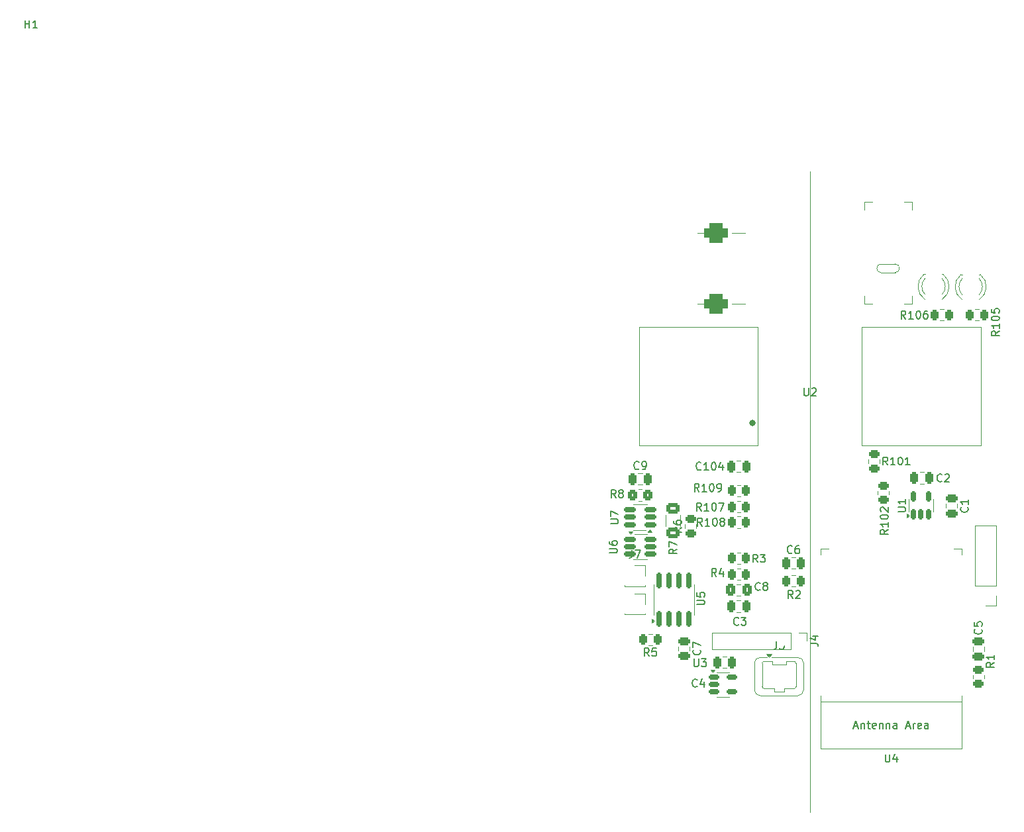
<source format=gbr>
%TF.GenerationSoftware,KiCad,Pcbnew,9.0.1*%
%TF.CreationDate,2025-04-29T20:05:43+02:00*%
%TF.ProjectId,Trackball,54726163-6b62-4616-9c6c-2e6b69636164,rev?*%
%TF.SameCoordinates,Original*%
%TF.FileFunction,Legend,Top*%
%TF.FilePolarity,Positive*%
%FSLAX46Y46*%
G04 Gerber Fmt 4.6, Leading zero omitted, Abs format (unit mm)*
G04 Created by KiCad (PCBNEW 9.0.1) date 2025-04-29 20:05:43*
%MOMM*%
%LPD*%
G01*
G04 APERTURE LIST*
G04 Aperture macros list*
%AMRoundRect*
0 Rectangle with rounded corners*
0 $1 Rounding radius*
0 $2 $3 $4 $5 $6 $7 $8 $9 X,Y pos of 4 corners*
0 Add a 4 corners polygon primitive as box body*
4,1,4,$2,$3,$4,$5,$6,$7,$8,$9,$2,$3,0*
0 Add four circle primitives for the rounded corners*
1,1,$1+$1,$2,$3*
1,1,$1+$1,$4,$5*
1,1,$1+$1,$6,$7*
1,1,$1+$1,$8,$9*
0 Add four rect primitives between the rounded corners*
20,1,$1+$1,$2,$3,$4,$5,0*
20,1,$1+$1,$4,$5,$6,$7,0*
20,1,$1+$1,$6,$7,$8,$9,0*
20,1,$1+$1,$8,$9,$2,$3,0*%
G04 Aperture macros list end*
%ADD10C,0.050000*%
%ADD11C,0.150000*%
%ADD12C,0.120000*%
%ADD13C,0.400000*%
%ADD14C,0.100000*%
%ADD15RoundRect,0.250000X0.450000X-0.262500X0.450000X0.262500X-0.450000X0.262500X-0.450000X-0.262500X0*%
%ADD16RoundRect,0.250000X0.262500X0.450000X-0.262500X0.450000X-0.262500X-0.450000X0.262500X-0.450000X0*%
%ADD17C,3.200000*%
%ADD18RoundRect,0.250000X-0.250000X-0.475000X0.250000X-0.475000X0.250000X0.475000X-0.250000X0.475000X0*%
%ADD19RoundRect,0.250000X-0.475000X0.250000X-0.475000X-0.250000X0.475000X-0.250000X0.475000X0.250000X0*%
%ADD20R,2.000000X1.200000*%
%ADD21O,2.000000X1.200000*%
%ADD22RoundRect,0.250000X0.250000X0.475000X-0.250000X0.475000X-0.250000X-0.475000X0.250000X-0.475000X0*%
%ADD23R,0.950000X0.950000*%
%ADD24C,0.950000*%
%ADD25R,1.350000X1.350000*%
%ADD26O,1.350000X1.350000*%
%ADD27C,1.700000*%
%ADD28RoundRect,0.150000X0.150000X-0.825000X0.150000X0.825000X-0.150000X0.825000X-0.150000X-0.825000X0*%
%ADD29R,3.000000X2.290000*%
%ADD30R,1.800000X1.800000*%
%ADD31C,1.800000*%
%ADD32R,1.700000X1.700000*%
%ADD33O,1.700000X1.700000*%
%ADD34C,1.900000*%
%ADD35C,1.600000*%
%ADD36C,3.050000*%
%ADD37C,5.050000*%
%ADD38RoundRect,0.150000X0.150000X-0.512500X0.150000X0.512500X-0.150000X0.512500X-0.150000X-0.512500X0*%
%ADD39R,1.500000X0.900000*%
%ADD40R,0.900000X1.500000*%
%ADD41R,0.900000X0.900000*%
%ADD42RoundRect,0.250000X-0.625000X0.400000X-0.625000X-0.400000X0.625000X-0.400000X0.625000X0.400000X0*%
%ADD43RoundRect,0.162500X-0.617500X-0.162500X0.617500X-0.162500X0.617500X0.162500X-0.617500X0.162500X0*%
%ADD44RoundRect,0.150000X-0.512500X-0.150000X0.512500X-0.150000X0.512500X0.150000X-0.512500X0.150000X0*%
%ADD45RoundRect,0.250000X-0.262500X-0.450000X0.262500X-0.450000X0.262500X0.450000X-0.262500X0.450000X0*%
%ADD46RoundRect,0.162500X0.617500X0.162500X-0.617500X0.162500X-0.617500X-0.162500X0.617500X-0.162500X0*%
%ADD47RoundRect,0.243750X-0.243750X-0.456250X0.243750X-0.456250X0.243750X0.456250X-0.243750X0.456250X0*%
%ADD48RoundRect,0.625000X0.875000X-0.625000X0.875000X0.625000X-0.875000X0.625000X-0.875000X-0.625000X0*%
%ADD49O,1.700000X1.400000*%
%ADD50RoundRect,0.250000X0.350000X0.450000X-0.350000X0.450000X-0.350000X-0.450000X0.350000X-0.450000X0*%
%ADD51RoundRect,0.250000X-0.337500X-0.475000X0.337500X-0.475000X0.337500X0.475000X-0.337500X0.475000X0*%
G04 APERTURE END LIST*
D10*
X0Y0D02*
X0Y-81950000D01*
D11*
X-16445181Y-45566666D02*
X-16921372Y-45899999D01*
X-16445181Y-46138094D02*
X-17445181Y-46138094D01*
X-17445181Y-46138094D02*
X-17445181Y-45757142D01*
X-17445181Y-45757142D02*
X-17397562Y-45661904D01*
X-17397562Y-45661904D02*
X-17349943Y-45614285D01*
X-17349943Y-45614285D02*
X-17254705Y-45566666D01*
X-17254705Y-45566666D02*
X-17111848Y-45566666D01*
X-17111848Y-45566666D02*
X-17016610Y-45614285D01*
X-17016610Y-45614285D02*
X-16968991Y-45661904D01*
X-16968991Y-45661904D02*
X-16921372Y-45757142D01*
X-16921372Y-45757142D02*
X-16921372Y-46138094D01*
X-17445181Y-44709523D02*
X-17445181Y-44899999D01*
X-17445181Y-44899999D02*
X-17397562Y-44995237D01*
X-17397562Y-44995237D02*
X-17349943Y-45042856D01*
X-17349943Y-45042856D02*
X-17207086Y-45138094D01*
X-17207086Y-45138094D02*
X-17016610Y-45185713D01*
X-17016610Y-45185713D02*
X-16635658Y-45185713D01*
X-16635658Y-45185713D02*
X-16540420Y-45138094D01*
X-16540420Y-45138094D02*
X-16492800Y-45090475D01*
X-16492800Y-45090475D02*
X-16445181Y-44995237D01*
X-16445181Y-44995237D02*
X-16445181Y-44804761D01*
X-16445181Y-44804761D02*
X-16492800Y-44709523D01*
X-16492800Y-44709523D02*
X-16540420Y-44661904D01*
X-16540420Y-44661904D02*
X-16635658Y-44614285D01*
X-16635658Y-44614285D02*
X-16873753Y-44614285D01*
X-16873753Y-44614285D02*
X-16968991Y-44661904D01*
X-16968991Y-44661904D02*
X-17016610Y-44709523D01*
X-17016610Y-44709523D02*
X-17064229Y-44804761D01*
X-17064229Y-44804761D02*
X-17064229Y-44995237D01*
X-17064229Y-44995237D02*
X-17016610Y-45090475D01*
X-17016610Y-45090475D02*
X-16968991Y-45138094D01*
X-16968991Y-45138094D02*
X-16873753Y-45185713D01*
X-20566667Y-62004819D02*
X-20900000Y-61528628D01*
X-21138095Y-62004819D02*
X-21138095Y-61004819D01*
X-21138095Y-61004819D02*
X-20757143Y-61004819D01*
X-20757143Y-61004819D02*
X-20661905Y-61052438D01*
X-20661905Y-61052438D02*
X-20614286Y-61100057D01*
X-20614286Y-61100057D02*
X-20566667Y-61195295D01*
X-20566667Y-61195295D02*
X-20566667Y-61338152D01*
X-20566667Y-61338152D02*
X-20614286Y-61433390D01*
X-20614286Y-61433390D02*
X-20661905Y-61481009D01*
X-20661905Y-61481009D02*
X-20757143Y-61528628D01*
X-20757143Y-61528628D02*
X-21138095Y-61528628D01*
X-19661905Y-61004819D02*
X-20138095Y-61004819D01*
X-20138095Y-61004819D02*
X-20185714Y-61481009D01*
X-20185714Y-61481009D02*
X-20138095Y-61433390D01*
X-20138095Y-61433390D02*
X-20042857Y-61385771D01*
X-20042857Y-61385771D02*
X-19804762Y-61385771D01*
X-19804762Y-61385771D02*
X-19709524Y-61433390D01*
X-19709524Y-61433390D02*
X-19661905Y-61481009D01*
X-19661905Y-61481009D02*
X-19614286Y-61576247D01*
X-19614286Y-61576247D02*
X-19614286Y-61814342D01*
X-19614286Y-61814342D02*
X-19661905Y-61909580D01*
X-19661905Y-61909580D02*
X-19709524Y-61957200D01*
X-19709524Y-61957200D02*
X-19804762Y-62004819D01*
X-19804762Y-62004819D02*
X-20042857Y-62004819D01*
X-20042857Y-62004819D02*
X-20138095Y-61957200D01*
X-20138095Y-61957200D02*
X-20185714Y-61909580D01*
X-100336905Y18320180D02*
X-100336905Y19320180D01*
X-100336905Y18843990D02*
X-99765477Y18843990D01*
X-99765477Y18320180D02*
X-99765477Y19320180D01*
X-98765477Y18320180D02*
X-99336905Y18320180D01*
X-99051191Y18320180D02*
X-99051191Y19320180D01*
X-99051191Y19320180D02*
X-99146429Y19177323D01*
X-99146429Y19177323D02*
X-99241667Y19082085D01*
X-99241667Y19082085D02*
X-99336905Y19034466D01*
X-21866667Y-38029580D02*
X-21914286Y-38077200D01*
X-21914286Y-38077200D02*
X-22057143Y-38124819D01*
X-22057143Y-38124819D02*
X-22152381Y-38124819D01*
X-22152381Y-38124819D02*
X-22295238Y-38077200D01*
X-22295238Y-38077200D02*
X-22390476Y-37981961D01*
X-22390476Y-37981961D02*
X-22438095Y-37886723D01*
X-22438095Y-37886723D02*
X-22485714Y-37696247D01*
X-22485714Y-37696247D02*
X-22485714Y-37553390D01*
X-22485714Y-37553390D02*
X-22438095Y-37362914D01*
X-22438095Y-37362914D02*
X-22390476Y-37267676D01*
X-22390476Y-37267676D02*
X-22295238Y-37172438D01*
X-22295238Y-37172438D02*
X-22152381Y-37124819D01*
X-22152381Y-37124819D02*
X-22057143Y-37124819D01*
X-22057143Y-37124819D02*
X-21914286Y-37172438D01*
X-21914286Y-37172438D02*
X-21866667Y-37220057D01*
X-21390476Y-38124819D02*
X-21200000Y-38124819D01*
X-21200000Y-38124819D02*
X-21104762Y-38077200D01*
X-21104762Y-38077200D02*
X-21057143Y-38029580D01*
X-21057143Y-38029580D02*
X-20961905Y-37886723D01*
X-20961905Y-37886723D02*
X-20914286Y-37696247D01*
X-20914286Y-37696247D02*
X-20914286Y-37315295D01*
X-20914286Y-37315295D02*
X-20961905Y-37220057D01*
X-20961905Y-37220057D02*
X-21009524Y-37172438D01*
X-21009524Y-37172438D02*
X-21104762Y-37124819D01*
X-21104762Y-37124819D02*
X-21295238Y-37124819D01*
X-21295238Y-37124819D02*
X-21390476Y-37172438D01*
X-21390476Y-37172438D02*
X-21438095Y-37220057D01*
X-21438095Y-37220057D02*
X-21485714Y-37315295D01*
X-21485714Y-37315295D02*
X-21485714Y-37553390D01*
X-21485714Y-37553390D02*
X-21438095Y-37648628D01*
X-21438095Y-37648628D02*
X-21390476Y-37696247D01*
X-21390476Y-37696247D02*
X-21295238Y-37743866D01*
X-21295238Y-37743866D02*
X-21104762Y-37743866D01*
X-21104762Y-37743866D02*
X-21009524Y-37696247D01*
X-21009524Y-37696247D02*
X-20961905Y-37648628D01*
X-20961905Y-37648628D02*
X-20914286Y-37553390D01*
X-14060420Y-61216666D02*
X-14012800Y-61264285D01*
X-14012800Y-61264285D02*
X-13965181Y-61407142D01*
X-13965181Y-61407142D02*
X-13965181Y-61502380D01*
X-13965181Y-61502380D02*
X-14012800Y-61645237D01*
X-14012800Y-61645237D02*
X-14108039Y-61740475D01*
X-14108039Y-61740475D02*
X-14203277Y-61788094D01*
X-14203277Y-61788094D02*
X-14393753Y-61835713D01*
X-14393753Y-61835713D02*
X-14536610Y-61835713D01*
X-14536610Y-61835713D02*
X-14727086Y-61788094D01*
X-14727086Y-61788094D02*
X-14822324Y-61740475D01*
X-14822324Y-61740475D02*
X-14917562Y-61645237D01*
X-14917562Y-61645237D02*
X-14965181Y-61502380D01*
X-14965181Y-61502380D02*
X-14965181Y-61407142D01*
X-14965181Y-61407142D02*
X-14917562Y-61264285D01*
X-14917562Y-61264285D02*
X-14869943Y-61216666D01*
X-14965181Y-60883332D02*
X-14965181Y-60216666D01*
X-14965181Y-60216666D02*
X-13965181Y-60645237D01*
X-761905Y-27714819D02*
X-761905Y-28524342D01*
X-761905Y-28524342D02*
X-714286Y-28619580D01*
X-714286Y-28619580D02*
X-666667Y-28667200D01*
X-666667Y-28667200D02*
X-571429Y-28714819D01*
X-571429Y-28714819D02*
X-380953Y-28714819D01*
X-380953Y-28714819D02*
X-285715Y-28667200D01*
X-285715Y-28667200D02*
X-238096Y-28619580D01*
X-238096Y-28619580D02*
X-190477Y-28524342D01*
X-190477Y-28524342D02*
X-190477Y-27714819D01*
X238095Y-27810057D02*
X285714Y-27762438D01*
X285714Y-27762438D02*
X380952Y-27714819D01*
X380952Y-27714819D02*
X619047Y-27714819D01*
X619047Y-27714819D02*
X714285Y-27762438D01*
X714285Y-27762438D02*
X761904Y-27810057D01*
X761904Y-27810057D02*
X809523Y-27905295D01*
X809523Y-27905295D02*
X809523Y-28000533D01*
X809523Y-28000533D02*
X761904Y-28143390D01*
X761904Y-28143390D02*
X190476Y-28714819D01*
X190476Y-28714819D02*
X809523Y-28714819D01*
X-14416667Y-65859580D02*
X-14464286Y-65907200D01*
X-14464286Y-65907200D02*
X-14607143Y-65954819D01*
X-14607143Y-65954819D02*
X-14702381Y-65954819D01*
X-14702381Y-65954819D02*
X-14845238Y-65907200D01*
X-14845238Y-65907200D02*
X-14940476Y-65811961D01*
X-14940476Y-65811961D02*
X-14988095Y-65716723D01*
X-14988095Y-65716723D02*
X-15035714Y-65526247D01*
X-15035714Y-65526247D02*
X-15035714Y-65383390D01*
X-15035714Y-65383390D02*
X-14988095Y-65192914D01*
X-14988095Y-65192914D02*
X-14940476Y-65097676D01*
X-14940476Y-65097676D02*
X-14845238Y-65002438D01*
X-14845238Y-65002438D02*
X-14702381Y-64954819D01*
X-14702381Y-64954819D02*
X-14607143Y-64954819D01*
X-14607143Y-64954819D02*
X-14464286Y-65002438D01*
X-14464286Y-65002438D02*
X-14416667Y-65050057D01*
X-13559524Y-65288152D02*
X-13559524Y-65954819D01*
X-13797619Y-64907200D02*
X-14035714Y-65621485D01*
X-14035714Y-65621485D02*
X-13416667Y-65621485D01*
X-4283334Y-60104819D02*
X-4283334Y-60819104D01*
X-4283334Y-60819104D02*
X-4330953Y-60961961D01*
X-4330953Y-60961961D02*
X-4426191Y-61057200D01*
X-4426191Y-61057200D02*
X-4569048Y-61104819D01*
X-4569048Y-61104819D02*
X-4664286Y-61104819D01*
X-3902381Y-60104819D02*
X-3283334Y-60104819D01*
X-3283334Y-60104819D02*
X-3616667Y-60485771D01*
X-3616667Y-60485771D02*
X-3473810Y-60485771D01*
X-3473810Y-60485771D02*
X-3378572Y-60533390D01*
X-3378572Y-60533390D02*
X-3330953Y-60581009D01*
X-3330953Y-60581009D02*
X-3283334Y-60676247D01*
X-3283334Y-60676247D02*
X-3283334Y-60914342D01*
X-3283334Y-60914342D02*
X-3330953Y-61009580D01*
X-3330953Y-61009580D02*
X-3378572Y-61057200D01*
X-3378572Y-61057200D02*
X-3473810Y-61104819D01*
X-3473810Y-61104819D02*
X-3759524Y-61104819D01*
X-3759524Y-61104819D02*
X-3854762Y-61057200D01*
X-3854762Y-61057200D02*
X-3902381Y-61009580D01*
X64819Y-60383333D02*
X779104Y-60383333D01*
X779104Y-60383333D02*
X921961Y-60430952D01*
X921961Y-60430952D02*
X1017200Y-60526190D01*
X1017200Y-60526190D02*
X1064819Y-60669047D01*
X1064819Y-60669047D02*
X1064819Y-60764285D01*
X398152Y-59478571D02*
X1064819Y-59478571D01*
X17200Y-59716666D02*
X731485Y-59954761D01*
X731485Y-59954761D02*
X731485Y-59335714D01*
X-2279167Y-48779580D02*
X-2326786Y-48827200D01*
X-2326786Y-48827200D02*
X-2469643Y-48874819D01*
X-2469643Y-48874819D02*
X-2564881Y-48874819D01*
X-2564881Y-48874819D02*
X-2707738Y-48827200D01*
X-2707738Y-48827200D02*
X-2802976Y-48731961D01*
X-2802976Y-48731961D02*
X-2850595Y-48636723D01*
X-2850595Y-48636723D02*
X-2898214Y-48446247D01*
X-2898214Y-48446247D02*
X-2898214Y-48303390D01*
X-2898214Y-48303390D02*
X-2850595Y-48112914D01*
X-2850595Y-48112914D02*
X-2802976Y-48017676D01*
X-2802976Y-48017676D02*
X-2707738Y-47922438D01*
X-2707738Y-47922438D02*
X-2564881Y-47874819D01*
X-2564881Y-47874819D02*
X-2469643Y-47874819D01*
X-2469643Y-47874819D02*
X-2326786Y-47922438D01*
X-2326786Y-47922438D02*
X-2279167Y-47970057D01*
X-1422024Y-47874819D02*
X-1612500Y-47874819D01*
X-1612500Y-47874819D02*
X-1707738Y-47922438D01*
X-1707738Y-47922438D02*
X-1755357Y-47970057D01*
X-1755357Y-47970057D02*
X-1850595Y-48112914D01*
X-1850595Y-48112914D02*
X-1898214Y-48303390D01*
X-1898214Y-48303390D02*
X-1898214Y-48684342D01*
X-1898214Y-48684342D02*
X-1850595Y-48779580D01*
X-1850595Y-48779580D02*
X-1802976Y-48827200D01*
X-1802976Y-48827200D02*
X-1707738Y-48874819D01*
X-1707738Y-48874819D02*
X-1517262Y-48874819D01*
X-1517262Y-48874819D02*
X-1422024Y-48827200D01*
X-1422024Y-48827200D02*
X-1374405Y-48779580D01*
X-1374405Y-48779580D02*
X-1326786Y-48684342D01*
X-1326786Y-48684342D02*
X-1326786Y-48446247D01*
X-1326786Y-48446247D02*
X-1374405Y-48351009D01*
X-1374405Y-48351009D02*
X-1422024Y-48303390D01*
X-1422024Y-48303390D02*
X-1517262Y-48255771D01*
X-1517262Y-48255771D02*
X-1707738Y-48255771D01*
X-1707738Y-48255771D02*
X-1802976Y-48303390D01*
X-1802976Y-48303390D02*
X-1850595Y-48351009D01*
X-1850595Y-48351009D02*
X-1898214Y-48446247D01*
X-14445181Y-55411904D02*
X-13635658Y-55411904D01*
X-13635658Y-55411904D02*
X-13540420Y-55364285D01*
X-13540420Y-55364285D02*
X-13492800Y-55316666D01*
X-13492800Y-55316666D02*
X-13445181Y-55221428D01*
X-13445181Y-55221428D02*
X-13445181Y-55030952D01*
X-13445181Y-55030952D02*
X-13492800Y-54935714D01*
X-13492800Y-54935714D02*
X-13540420Y-54888095D01*
X-13540420Y-54888095D02*
X-13635658Y-54840476D01*
X-13635658Y-54840476D02*
X-14445181Y-54840476D01*
X-14445181Y-53888095D02*
X-14445181Y-54364285D01*
X-14445181Y-54364285D02*
X-13968991Y-54411904D01*
X-13968991Y-54411904D02*
X-14016610Y-54364285D01*
X-14016610Y-54364285D02*
X-14064229Y-54269047D01*
X-14064229Y-54269047D02*
X-14064229Y-54030952D01*
X-14064229Y-54030952D02*
X-14016610Y-53935714D01*
X-14016610Y-53935714D02*
X-13968991Y-53888095D01*
X-13968991Y-53888095D02*
X-13873753Y-53840476D01*
X-13873753Y-53840476D02*
X-13635658Y-53840476D01*
X-13635658Y-53840476D02*
X-13540420Y-53888095D01*
X-13540420Y-53888095D02*
X-13492800Y-53935714D01*
X-13492800Y-53935714D02*
X-13445181Y-54030952D01*
X-13445181Y-54030952D02*
X-13445181Y-54269047D01*
X-13445181Y-54269047D02*
X-13492800Y-54364285D01*
X-13492800Y-54364285D02*
X-13540420Y-54411904D01*
X-9116667Y-57959580D02*
X-9164286Y-58007200D01*
X-9164286Y-58007200D02*
X-9307143Y-58054819D01*
X-9307143Y-58054819D02*
X-9402381Y-58054819D01*
X-9402381Y-58054819D02*
X-9545238Y-58007200D01*
X-9545238Y-58007200D02*
X-9640476Y-57911961D01*
X-9640476Y-57911961D02*
X-9688095Y-57816723D01*
X-9688095Y-57816723D02*
X-9735714Y-57626247D01*
X-9735714Y-57626247D02*
X-9735714Y-57483390D01*
X-9735714Y-57483390D02*
X-9688095Y-57292914D01*
X-9688095Y-57292914D02*
X-9640476Y-57197676D01*
X-9640476Y-57197676D02*
X-9545238Y-57102438D01*
X-9545238Y-57102438D02*
X-9402381Y-57054819D01*
X-9402381Y-57054819D02*
X-9307143Y-57054819D01*
X-9307143Y-57054819D02*
X-9164286Y-57102438D01*
X-9164286Y-57102438D02*
X-9116667Y-57150057D01*
X-8783333Y-57054819D02*
X-8164286Y-57054819D01*
X-8164286Y-57054819D02*
X-8497619Y-57435771D01*
X-8497619Y-57435771D02*
X-8354762Y-57435771D01*
X-8354762Y-57435771D02*
X-8259524Y-57483390D01*
X-8259524Y-57483390D02*
X-8211905Y-57531009D01*
X-8211905Y-57531009D02*
X-8164286Y-57626247D01*
X-8164286Y-57626247D02*
X-8164286Y-57864342D01*
X-8164286Y-57864342D02*
X-8211905Y-57959580D01*
X-8211905Y-57959580D02*
X-8259524Y-58007200D01*
X-8259524Y-58007200D02*
X-8354762Y-58054819D01*
X-8354762Y-58054819D02*
X-8640476Y-58054819D01*
X-8640476Y-58054819D02*
X-8735714Y-58007200D01*
X-8735714Y-58007200D02*
X-8783333Y-57959580D01*
X-22733334Y-48434819D02*
X-22733334Y-49149104D01*
X-22733334Y-49149104D02*
X-22780953Y-49291961D01*
X-22780953Y-49291961D02*
X-22876191Y-49387200D01*
X-22876191Y-49387200D02*
X-23019048Y-49434819D01*
X-23019048Y-49434819D02*
X-23114286Y-49434819D01*
X-22352381Y-48434819D02*
X-21685715Y-48434819D01*
X-21685715Y-48434819D02*
X-22114286Y-49434819D01*
X-13919048Y-38109580D02*
X-13966667Y-38157200D01*
X-13966667Y-38157200D02*
X-14109524Y-38204819D01*
X-14109524Y-38204819D02*
X-14204762Y-38204819D01*
X-14204762Y-38204819D02*
X-14347619Y-38157200D01*
X-14347619Y-38157200D02*
X-14442857Y-38061961D01*
X-14442857Y-38061961D02*
X-14490476Y-37966723D01*
X-14490476Y-37966723D02*
X-14538095Y-37776247D01*
X-14538095Y-37776247D02*
X-14538095Y-37633390D01*
X-14538095Y-37633390D02*
X-14490476Y-37442914D01*
X-14490476Y-37442914D02*
X-14442857Y-37347676D01*
X-14442857Y-37347676D02*
X-14347619Y-37252438D01*
X-14347619Y-37252438D02*
X-14204762Y-37204819D01*
X-14204762Y-37204819D02*
X-14109524Y-37204819D01*
X-14109524Y-37204819D02*
X-13966667Y-37252438D01*
X-13966667Y-37252438D02*
X-13919048Y-37300057D01*
X-12966667Y-38204819D02*
X-13538095Y-38204819D01*
X-13252381Y-38204819D02*
X-13252381Y-37204819D01*
X-13252381Y-37204819D02*
X-13347619Y-37347676D01*
X-13347619Y-37347676D02*
X-13442857Y-37442914D01*
X-13442857Y-37442914D02*
X-13538095Y-37490533D01*
X-12347619Y-37204819D02*
X-12252381Y-37204819D01*
X-12252381Y-37204819D02*
X-12157143Y-37252438D01*
X-12157143Y-37252438D02*
X-12109524Y-37300057D01*
X-12109524Y-37300057D02*
X-12061905Y-37395295D01*
X-12061905Y-37395295D02*
X-12014286Y-37585771D01*
X-12014286Y-37585771D02*
X-12014286Y-37823866D01*
X-12014286Y-37823866D02*
X-12061905Y-38014342D01*
X-12061905Y-38014342D02*
X-12109524Y-38109580D01*
X-12109524Y-38109580D02*
X-12157143Y-38157200D01*
X-12157143Y-38157200D02*
X-12252381Y-38204819D01*
X-12252381Y-38204819D02*
X-12347619Y-38204819D01*
X-12347619Y-38204819D02*
X-12442857Y-38157200D01*
X-12442857Y-38157200D02*
X-12490476Y-38109580D01*
X-12490476Y-38109580D02*
X-12538095Y-38014342D01*
X-12538095Y-38014342D02*
X-12585714Y-37823866D01*
X-12585714Y-37823866D02*
X-12585714Y-37585771D01*
X-12585714Y-37585771D02*
X-12538095Y-37395295D01*
X-12538095Y-37395295D02*
X-12490476Y-37300057D01*
X-12490476Y-37300057D02*
X-12442857Y-37252438D01*
X-12442857Y-37252438D02*
X-12347619Y-37204819D01*
X-11157143Y-37538152D02*
X-11157143Y-38204819D01*
X-11395238Y-37157200D02*
X-11633333Y-37871485D01*
X-11633333Y-37871485D02*
X-11014286Y-37871485D01*
X11242319Y-43511904D02*
X12051842Y-43511904D01*
X12051842Y-43511904D02*
X12147080Y-43464285D01*
X12147080Y-43464285D02*
X12194700Y-43416666D01*
X12194700Y-43416666D02*
X12242319Y-43321428D01*
X12242319Y-43321428D02*
X12242319Y-43130952D01*
X12242319Y-43130952D02*
X12194700Y-43035714D01*
X12194700Y-43035714D02*
X12147080Y-42988095D01*
X12147080Y-42988095D02*
X12051842Y-42940476D01*
X12051842Y-42940476D02*
X11242319Y-42940476D01*
X12242319Y-41940476D02*
X12242319Y-42511904D01*
X12242319Y-42226190D02*
X11242319Y-42226190D01*
X11242319Y-42226190D02*
X11385176Y-42321428D01*
X11385176Y-42321428D02*
X11480414Y-42416666D01*
X11480414Y-42416666D02*
X11528033Y-42511904D01*
X9638095Y-74564819D02*
X9638095Y-75374342D01*
X9638095Y-75374342D02*
X9685714Y-75469580D01*
X9685714Y-75469580D02*
X9733333Y-75517200D01*
X9733333Y-75517200D02*
X9828571Y-75564819D01*
X9828571Y-75564819D02*
X10019047Y-75564819D01*
X10019047Y-75564819D02*
X10114285Y-75517200D01*
X10114285Y-75517200D02*
X10161904Y-75469580D01*
X10161904Y-75469580D02*
X10209523Y-75374342D01*
X10209523Y-75374342D02*
X10209523Y-74564819D01*
X11114285Y-74898152D02*
X11114285Y-75564819D01*
X10876190Y-74517200D02*
X10638095Y-75231485D01*
X10638095Y-75231485D02*
X11257142Y-75231485D01*
X5638094Y-70979104D02*
X6114284Y-70979104D01*
X5542856Y-71264819D02*
X5876189Y-70264819D01*
X5876189Y-70264819D02*
X6209522Y-71264819D01*
X6542856Y-70598152D02*
X6542856Y-71264819D01*
X6542856Y-70693390D02*
X6590475Y-70645771D01*
X6590475Y-70645771D02*
X6685713Y-70598152D01*
X6685713Y-70598152D02*
X6828570Y-70598152D01*
X6828570Y-70598152D02*
X6923808Y-70645771D01*
X6923808Y-70645771D02*
X6971427Y-70741009D01*
X6971427Y-70741009D02*
X6971427Y-71264819D01*
X7304761Y-70598152D02*
X7685713Y-70598152D01*
X7447618Y-70264819D02*
X7447618Y-71121961D01*
X7447618Y-71121961D02*
X7495237Y-71217200D01*
X7495237Y-71217200D02*
X7590475Y-71264819D01*
X7590475Y-71264819D02*
X7685713Y-71264819D01*
X8399999Y-71217200D02*
X8304761Y-71264819D01*
X8304761Y-71264819D02*
X8114285Y-71264819D01*
X8114285Y-71264819D02*
X8019047Y-71217200D01*
X8019047Y-71217200D02*
X7971428Y-71121961D01*
X7971428Y-71121961D02*
X7971428Y-70741009D01*
X7971428Y-70741009D02*
X8019047Y-70645771D01*
X8019047Y-70645771D02*
X8114285Y-70598152D01*
X8114285Y-70598152D02*
X8304761Y-70598152D01*
X8304761Y-70598152D02*
X8399999Y-70645771D01*
X8399999Y-70645771D02*
X8447618Y-70741009D01*
X8447618Y-70741009D02*
X8447618Y-70836247D01*
X8447618Y-70836247D02*
X7971428Y-70931485D01*
X8876190Y-70598152D02*
X8876190Y-71264819D01*
X8876190Y-70693390D02*
X8923809Y-70645771D01*
X8923809Y-70645771D02*
X9019047Y-70598152D01*
X9019047Y-70598152D02*
X9161904Y-70598152D01*
X9161904Y-70598152D02*
X9257142Y-70645771D01*
X9257142Y-70645771D02*
X9304761Y-70741009D01*
X9304761Y-70741009D02*
X9304761Y-71264819D01*
X9780952Y-70598152D02*
X9780952Y-71264819D01*
X9780952Y-70693390D02*
X9828571Y-70645771D01*
X9828571Y-70645771D02*
X9923809Y-70598152D01*
X9923809Y-70598152D02*
X10066666Y-70598152D01*
X10066666Y-70598152D02*
X10161904Y-70645771D01*
X10161904Y-70645771D02*
X10209523Y-70741009D01*
X10209523Y-70741009D02*
X10209523Y-71264819D01*
X11114285Y-71264819D02*
X11114285Y-70741009D01*
X11114285Y-70741009D02*
X11066666Y-70645771D01*
X11066666Y-70645771D02*
X10971428Y-70598152D01*
X10971428Y-70598152D02*
X10780952Y-70598152D01*
X10780952Y-70598152D02*
X10685714Y-70645771D01*
X11114285Y-71217200D02*
X11019047Y-71264819D01*
X11019047Y-71264819D02*
X10780952Y-71264819D01*
X10780952Y-71264819D02*
X10685714Y-71217200D01*
X10685714Y-71217200D02*
X10638095Y-71121961D01*
X10638095Y-71121961D02*
X10638095Y-71026723D01*
X10638095Y-71026723D02*
X10685714Y-70931485D01*
X10685714Y-70931485D02*
X10780952Y-70883866D01*
X10780952Y-70883866D02*
X11019047Y-70883866D01*
X11019047Y-70883866D02*
X11114285Y-70836247D01*
X12304762Y-70979104D02*
X12780952Y-70979104D01*
X12209524Y-71264819D02*
X12542857Y-70264819D01*
X12542857Y-70264819D02*
X12876190Y-71264819D01*
X13209524Y-71264819D02*
X13209524Y-70598152D01*
X13209524Y-70788628D02*
X13257143Y-70693390D01*
X13257143Y-70693390D02*
X13304762Y-70645771D01*
X13304762Y-70645771D02*
X13400000Y-70598152D01*
X13400000Y-70598152D02*
X13495238Y-70598152D01*
X14209524Y-71217200D02*
X14114286Y-71264819D01*
X14114286Y-71264819D02*
X13923810Y-71264819D01*
X13923810Y-71264819D02*
X13828572Y-71217200D01*
X13828572Y-71217200D02*
X13780953Y-71121961D01*
X13780953Y-71121961D02*
X13780953Y-70741009D01*
X13780953Y-70741009D02*
X13828572Y-70645771D01*
X13828572Y-70645771D02*
X13923810Y-70598152D01*
X13923810Y-70598152D02*
X14114286Y-70598152D01*
X14114286Y-70598152D02*
X14209524Y-70645771D01*
X14209524Y-70645771D02*
X14257143Y-70741009D01*
X14257143Y-70741009D02*
X14257143Y-70836247D01*
X14257143Y-70836247D02*
X13780953Y-70931485D01*
X15114286Y-71264819D02*
X15114286Y-70741009D01*
X15114286Y-70741009D02*
X15066667Y-70645771D01*
X15066667Y-70645771D02*
X14971429Y-70598152D01*
X14971429Y-70598152D02*
X14780953Y-70598152D01*
X14780953Y-70598152D02*
X14685715Y-70645771D01*
X15114286Y-71217200D02*
X15019048Y-71264819D01*
X15019048Y-71264819D02*
X14780953Y-71264819D01*
X14780953Y-71264819D02*
X14685715Y-71217200D01*
X14685715Y-71217200D02*
X14638096Y-71121961D01*
X14638096Y-71121961D02*
X14638096Y-71026723D01*
X14638096Y-71026723D02*
X14685715Y-70931485D01*
X14685715Y-70931485D02*
X14780953Y-70883866D01*
X14780953Y-70883866D02*
X15019048Y-70883866D01*
X15019048Y-70883866D02*
X15114286Y-70836247D01*
X-13769048Y-45354819D02*
X-14102381Y-44878628D01*
X-14340476Y-45354819D02*
X-14340476Y-44354819D01*
X-14340476Y-44354819D02*
X-13959524Y-44354819D01*
X-13959524Y-44354819D02*
X-13864286Y-44402438D01*
X-13864286Y-44402438D02*
X-13816667Y-44450057D01*
X-13816667Y-44450057D02*
X-13769048Y-44545295D01*
X-13769048Y-44545295D02*
X-13769048Y-44688152D01*
X-13769048Y-44688152D02*
X-13816667Y-44783390D01*
X-13816667Y-44783390D02*
X-13864286Y-44831009D01*
X-13864286Y-44831009D02*
X-13959524Y-44878628D01*
X-13959524Y-44878628D02*
X-14340476Y-44878628D01*
X-12816667Y-45354819D02*
X-13388095Y-45354819D01*
X-13102381Y-45354819D02*
X-13102381Y-44354819D01*
X-13102381Y-44354819D02*
X-13197619Y-44497676D01*
X-13197619Y-44497676D02*
X-13292857Y-44592914D01*
X-13292857Y-44592914D02*
X-13388095Y-44640533D01*
X-12197619Y-44354819D02*
X-12102381Y-44354819D01*
X-12102381Y-44354819D02*
X-12007143Y-44402438D01*
X-12007143Y-44402438D02*
X-11959524Y-44450057D01*
X-11959524Y-44450057D02*
X-11911905Y-44545295D01*
X-11911905Y-44545295D02*
X-11864286Y-44735771D01*
X-11864286Y-44735771D02*
X-11864286Y-44973866D01*
X-11864286Y-44973866D02*
X-11911905Y-45164342D01*
X-11911905Y-45164342D02*
X-11959524Y-45259580D01*
X-11959524Y-45259580D02*
X-12007143Y-45307200D01*
X-12007143Y-45307200D02*
X-12102381Y-45354819D01*
X-12102381Y-45354819D02*
X-12197619Y-45354819D01*
X-12197619Y-45354819D02*
X-12292857Y-45307200D01*
X-12292857Y-45307200D02*
X-12340476Y-45259580D01*
X-12340476Y-45259580D02*
X-12388095Y-45164342D01*
X-12388095Y-45164342D02*
X-12435714Y-44973866D01*
X-12435714Y-44973866D02*
X-12435714Y-44735771D01*
X-12435714Y-44735771D02*
X-12388095Y-44545295D01*
X-12388095Y-44545295D02*
X-12340476Y-44450057D01*
X-12340476Y-44450057D02*
X-12292857Y-44402438D01*
X-12292857Y-44402438D02*
X-12197619Y-44354819D01*
X-11292857Y-44783390D02*
X-11388095Y-44735771D01*
X-11388095Y-44735771D02*
X-11435714Y-44688152D01*
X-11435714Y-44688152D02*
X-11483333Y-44592914D01*
X-11483333Y-44592914D02*
X-11483333Y-44545295D01*
X-11483333Y-44545295D02*
X-11435714Y-44450057D01*
X-11435714Y-44450057D02*
X-11388095Y-44402438D01*
X-11388095Y-44402438D02*
X-11292857Y-44354819D01*
X-11292857Y-44354819D02*
X-11102381Y-44354819D01*
X-11102381Y-44354819D02*
X-11007143Y-44402438D01*
X-11007143Y-44402438D02*
X-10959524Y-44450057D01*
X-10959524Y-44450057D02*
X-10911905Y-44545295D01*
X-10911905Y-44545295D02*
X-10911905Y-44592914D01*
X-10911905Y-44592914D02*
X-10959524Y-44688152D01*
X-10959524Y-44688152D02*
X-11007143Y-44735771D01*
X-11007143Y-44735771D02*
X-11102381Y-44783390D01*
X-11102381Y-44783390D02*
X-11292857Y-44783390D01*
X-11292857Y-44783390D02*
X-11388095Y-44831009D01*
X-11388095Y-44831009D02*
X-11435714Y-44878628D01*
X-11435714Y-44878628D02*
X-11483333Y-44973866D01*
X-11483333Y-44973866D02*
X-11483333Y-45164342D01*
X-11483333Y-45164342D02*
X-11435714Y-45259580D01*
X-11435714Y-45259580D02*
X-11388095Y-45307200D01*
X-11388095Y-45307200D02*
X-11292857Y-45354819D01*
X-11292857Y-45354819D02*
X-11102381Y-45354819D01*
X-11102381Y-45354819D02*
X-11007143Y-45307200D01*
X-11007143Y-45307200D02*
X-10959524Y-45259580D01*
X-10959524Y-45259580D02*
X-10911905Y-45164342D01*
X-10911905Y-45164342D02*
X-10911905Y-44973866D01*
X-10911905Y-44973866D02*
X-10959524Y-44878628D01*
X-10959524Y-44878628D02*
X-11007143Y-44831009D01*
X-11007143Y-44831009D02*
X-11102381Y-44783390D01*
X10004819Y-45819047D02*
X9528628Y-46152380D01*
X10004819Y-46390475D02*
X9004819Y-46390475D01*
X9004819Y-46390475D02*
X9004819Y-46009523D01*
X9004819Y-46009523D02*
X9052438Y-45914285D01*
X9052438Y-45914285D02*
X9100057Y-45866666D01*
X9100057Y-45866666D02*
X9195295Y-45819047D01*
X9195295Y-45819047D02*
X9338152Y-45819047D01*
X9338152Y-45819047D02*
X9433390Y-45866666D01*
X9433390Y-45866666D02*
X9481009Y-45914285D01*
X9481009Y-45914285D02*
X9528628Y-46009523D01*
X9528628Y-46009523D02*
X9528628Y-46390475D01*
X10004819Y-44866666D02*
X10004819Y-45438094D01*
X10004819Y-45152380D02*
X9004819Y-45152380D01*
X9004819Y-45152380D02*
X9147676Y-45247618D01*
X9147676Y-45247618D02*
X9242914Y-45342856D01*
X9242914Y-45342856D02*
X9290533Y-45438094D01*
X9004819Y-44247618D02*
X9004819Y-44152380D01*
X9004819Y-44152380D02*
X9052438Y-44057142D01*
X9052438Y-44057142D02*
X9100057Y-44009523D01*
X9100057Y-44009523D02*
X9195295Y-43961904D01*
X9195295Y-43961904D02*
X9385771Y-43914285D01*
X9385771Y-43914285D02*
X9623866Y-43914285D01*
X9623866Y-43914285D02*
X9814342Y-43961904D01*
X9814342Y-43961904D02*
X9909580Y-44009523D01*
X9909580Y-44009523D02*
X9957200Y-44057142D01*
X9957200Y-44057142D02*
X10004819Y-44152380D01*
X10004819Y-44152380D02*
X10004819Y-44247618D01*
X10004819Y-44247618D02*
X9957200Y-44342856D01*
X9957200Y-44342856D02*
X9909580Y-44390475D01*
X9909580Y-44390475D02*
X9814342Y-44438094D01*
X9814342Y-44438094D02*
X9623866Y-44485713D01*
X9623866Y-44485713D02*
X9385771Y-44485713D01*
X9385771Y-44485713D02*
X9195295Y-44438094D01*
X9195295Y-44438094D02*
X9100057Y-44390475D01*
X9100057Y-44390475D02*
X9052438Y-44342856D01*
X9052438Y-44342856D02*
X9004819Y-44247618D01*
X9100057Y-43533332D02*
X9052438Y-43485713D01*
X9052438Y-43485713D02*
X9004819Y-43390475D01*
X9004819Y-43390475D02*
X9004819Y-43152380D01*
X9004819Y-43152380D02*
X9052438Y-43057142D01*
X9052438Y-43057142D02*
X9100057Y-43009523D01*
X9100057Y-43009523D02*
X9195295Y-42961904D01*
X9195295Y-42961904D02*
X9290533Y-42961904D01*
X9290533Y-42961904D02*
X9433390Y-43009523D01*
X9433390Y-43009523D02*
X10004819Y-43580951D01*
X10004819Y-43580951D02*
X10004819Y-42961904D01*
X-16995181Y-48316666D02*
X-17471372Y-48649999D01*
X-16995181Y-48888094D02*
X-17995181Y-48888094D01*
X-17995181Y-48888094D02*
X-17995181Y-48507142D01*
X-17995181Y-48507142D02*
X-17947562Y-48411904D01*
X-17947562Y-48411904D02*
X-17899943Y-48364285D01*
X-17899943Y-48364285D02*
X-17804705Y-48316666D01*
X-17804705Y-48316666D02*
X-17661848Y-48316666D01*
X-17661848Y-48316666D02*
X-17566610Y-48364285D01*
X-17566610Y-48364285D02*
X-17518991Y-48411904D01*
X-17518991Y-48411904D02*
X-17471372Y-48507142D01*
X-17471372Y-48507142D02*
X-17471372Y-48888094D01*
X-17995181Y-47983332D02*
X-17995181Y-47316666D01*
X-17995181Y-47316666D02*
X-16995181Y-47745237D01*
X-25495181Y-45061904D02*
X-24685658Y-45061904D01*
X-24685658Y-45061904D02*
X-24590420Y-45014285D01*
X-24590420Y-45014285D02*
X-24542800Y-44966666D01*
X-24542800Y-44966666D02*
X-24495181Y-44871428D01*
X-24495181Y-44871428D02*
X-24495181Y-44680952D01*
X-24495181Y-44680952D02*
X-24542800Y-44585714D01*
X-24542800Y-44585714D02*
X-24590420Y-44538095D01*
X-24590420Y-44538095D02*
X-24685658Y-44490476D01*
X-24685658Y-44490476D02*
X-25495181Y-44490476D01*
X-25495181Y-44109523D02*
X-25495181Y-43442857D01*
X-25495181Y-43442857D02*
X-24495181Y-43871428D01*
X-14811905Y-62354819D02*
X-14811905Y-63164342D01*
X-14811905Y-63164342D02*
X-14764286Y-63259580D01*
X-14764286Y-63259580D02*
X-14716667Y-63307200D01*
X-14716667Y-63307200D02*
X-14621429Y-63354819D01*
X-14621429Y-63354819D02*
X-14430953Y-63354819D01*
X-14430953Y-63354819D02*
X-14335715Y-63307200D01*
X-14335715Y-63307200D02*
X-14288096Y-63259580D01*
X-14288096Y-63259580D02*
X-14240477Y-63164342D01*
X-14240477Y-63164342D02*
X-14240477Y-62354819D01*
X-13859524Y-62354819D02*
X-13240477Y-62354819D01*
X-13240477Y-62354819D02*
X-13573810Y-62735771D01*
X-13573810Y-62735771D02*
X-13430953Y-62735771D01*
X-13430953Y-62735771D02*
X-13335715Y-62783390D01*
X-13335715Y-62783390D02*
X-13288096Y-62831009D01*
X-13288096Y-62831009D02*
X-13240477Y-62926247D01*
X-13240477Y-62926247D02*
X-13240477Y-63164342D01*
X-13240477Y-63164342D02*
X-13288096Y-63259580D01*
X-13288096Y-63259580D02*
X-13335715Y-63307200D01*
X-13335715Y-63307200D02*
X-13430953Y-63354819D01*
X-13430953Y-63354819D02*
X-13716667Y-63354819D01*
X-13716667Y-63354819D02*
X-13811905Y-63307200D01*
X-13811905Y-63307200D02*
X-13859524Y-63259580D01*
X-13869048Y-43404819D02*
X-14202381Y-42928628D01*
X-14440476Y-43404819D02*
X-14440476Y-42404819D01*
X-14440476Y-42404819D02*
X-14059524Y-42404819D01*
X-14059524Y-42404819D02*
X-13964286Y-42452438D01*
X-13964286Y-42452438D02*
X-13916667Y-42500057D01*
X-13916667Y-42500057D02*
X-13869048Y-42595295D01*
X-13869048Y-42595295D02*
X-13869048Y-42738152D01*
X-13869048Y-42738152D02*
X-13916667Y-42833390D01*
X-13916667Y-42833390D02*
X-13964286Y-42881009D01*
X-13964286Y-42881009D02*
X-14059524Y-42928628D01*
X-14059524Y-42928628D02*
X-14440476Y-42928628D01*
X-12916667Y-43404819D02*
X-13488095Y-43404819D01*
X-13202381Y-43404819D02*
X-13202381Y-42404819D01*
X-13202381Y-42404819D02*
X-13297619Y-42547676D01*
X-13297619Y-42547676D02*
X-13392857Y-42642914D01*
X-13392857Y-42642914D02*
X-13488095Y-42690533D01*
X-12297619Y-42404819D02*
X-12202381Y-42404819D01*
X-12202381Y-42404819D02*
X-12107143Y-42452438D01*
X-12107143Y-42452438D02*
X-12059524Y-42500057D01*
X-12059524Y-42500057D02*
X-12011905Y-42595295D01*
X-12011905Y-42595295D02*
X-11964286Y-42785771D01*
X-11964286Y-42785771D02*
X-11964286Y-43023866D01*
X-11964286Y-43023866D02*
X-12011905Y-43214342D01*
X-12011905Y-43214342D02*
X-12059524Y-43309580D01*
X-12059524Y-43309580D02*
X-12107143Y-43357200D01*
X-12107143Y-43357200D02*
X-12202381Y-43404819D01*
X-12202381Y-43404819D02*
X-12297619Y-43404819D01*
X-12297619Y-43404819D02*
X-12392857Y-43357200D01*
X-12392857Y-43357200D02*
X-12440476Y-43309580D01*
X-12440476Y-43309580D02*
X-12488095Y-43214342D01*
X-12488095Y-43214342D02*
X-12535714Y-43023866D01*
X-12535714Y-43023866D02*
X-12535714Y-42785771D01*
X-12535714Y-42785771D02*
X-12488095Y-42595295D01*
X-12488095Y-42595295D02*
X-12440476Y-42500057D01*
X-12440476Y-42500057D02*
X-12392857Y-42452438D01*
X-12392857Y-42452438D02*
X-12297619Y-42404819D01*
X-11630952Y-42404819D02*
X-10964286Y-42404819D01*
X-10964286Y-42404819D02*
X-11392857Y-43404819D01*
X-25645181Y-48811904D02*
X-24835658Y-48811904D01*
X-24835658Y-48811904D02*
X-24740420Y-48764285D01*
X-24740420Y-48764285D02*
X-24692800Y-48716666D01*
X-24692800Y-48716666D02*
X-24645181Y-48621428D01*
X-24645181Y-48621428D02*
X-24645181Y-48430952D01*
X-24645181Y-48430952D02*
X-24692800Y-48335714D01*
X-24692800Y-48335714D02*
X-24740420Y-48288095D01*
X-24740420Y-48288095D02*
X-24835658Y-48240476D01*
X-24835658Y-48240476D02*
X-25645181Y-48240476D01*
X-25645181Y-47335714D02*
X-25645181Y-47526190D01*
X-25645181Y-47526190D02*
X-25597562Y-47621428D01*
X-25597562Y-47621428D02*
X-25549943Y-47669047D01*
X-25549943Y-47669047D02*
X-25407086Y-47764285D01*
X-25407086Y-47764285D02*
X-25216610Y-47811904D01*
X-25216610Y-47811904D02*
X-24835658Y-47811904D01*
X-24835658Y-47811904D02*
X-24740420Y-47764285D01*
X-24740420Y-47764285D02*
X-24692800Y-47716666D01*
X-24692800Y-47716666D02*
X-24645181Y-47621428D01*
X-24645181Y-47621428D02*
X-24645181Y-47430952D01*
X-24645181Y-47430952D02*
X-24692800Y-47335714D01*
X-24692800Y-47335714D02*
X-24740420Y-47288095D01*
X-24740420Y-47288095D02*
X-24835658Y-47240476D01*
X-24835658Y-47240476D02*
X-25073753Y-47240476D01*
X-25073753Y-47240476D02*
X-25168991Y-47288095D01*
X-25168991Y-47288095D02*
X-25216610Y-47335714D01*
X-25216610Y-47335714D02*
X-25264229Y-47430952D01*
X-25264229Y-47430952D02*
X-25264229Y-47621428D01*
X-25264229Y-47621428D02*
X-25216610Y-47716666D01*
X-25216610Y-47716666D02*
X-25168991Y-47764285D01*
X-25168991Y-47764285D02*
X-25073753Y-47811904D01*
X-6666667Y-50004819D02*
X-7000000Y-49528628D01*
X-7238095Y-50004819D02*
X-7238095Y-49004819D01*
X-7238095Y-49004819D02*
X-6857143Y-49004819D01*
X-6857143Y-49004819D02*
X-6761905Y-49052438D01*
X-6761905Y-49052438D02*
X-6714286Y-49100057D01*
X-6714286Y-49100057D02*
X-6666667Y-49195295D01*
X-6666667Y-49195295D02*
X-6666667Y-49338152D01*
X-6666667Y-49338152D02*
X-6714286Y-49433390D01*
X-6714286Y-49433390D02*
X-6761905Y-49481009D01*
X-6761905Y-49481009D02*
X-6857143Y-49528628D01*
X-6857143Y-49528628D02*
X-7238095Y-49528628D01*
X-6333333Y-49004819D02*
X-5714286Y-49004819D01*
X-5714286Y-49004819D02*
X-6047619Y-49385771D01*
X-6047619Y-49385771D02*
X-5904762Y-49385771D01*
X-5904762Y-49385771D02*
X-5809524Y-49433390D01*
X-5809524Y-49433390D02*
X-5761905Y-49481009D01*
X-5761905Y-49481009D02*
X-5714286Y-49576247D01*
X-5714286Y-49576247D02*
X-5714286Y-49814342D01*
X-5714286Y-49814342D02*
X-5761905Y-49909580D01*
X-5761905Y-49909580D02*
X-5809524Y-49957200D01*
X-5809524Y-49957200D02*
X-5904762Y-50004819D01*
X-5904762Y-50004819D02*
X-6190476Y-50004819D01*
X-6190476Y-50004819D02*
X-6285714Y-49957200D01*
X-6285714Y-49957200D02*
X-6333333Y-49909580D01*
X16883333Y-39609580D02*
X16835714Y-39657200D01*
X16835714Y-39657200D02*
X16692857Y-39704819D01*
X16692857Y-39704819D02*
X16597619Y-39704819D01*
X16597619Y-39704819D02*
X16454762Y-39657200D01*
X16454762Y-39657200D02*
X16359524Y-39561961D01*
X16359524Y-39561961D02*
X16311905Y-39466723D01*
X16311905Y-39466723D02*
X16264286Y-39276247D01*
X16264286Y-39276247D02*
X16264286Y-39133390D01*
X16264286Y-39133390D02*
X16311905Y-38942914D01*
X16311905Y-38942914D02*
X16359524Y-38847676D01*
X16359524Y-38847676D02*
X16454762Y-38752438D01*
X16454762Y-38752438D02*
X16597619Y-38704819D01*
X16597619Y-38704819D02*
X16692857Y-38704819D01*
X16692857Y-38704819D02*
X16835714Y-38752438D01*
X16835714Y-38752438D02*
X16883333Y-38800057D01*
X17264286Y-38800057D02*
X17311905Y-38752438D01*
X17311905Y-38752438D02*
X17407143Y-38704819D01*
X17407143Y-38704819D02*
X17645238Y-38704819D01*
X17645238Y-38704819D02*
X17740476Y-38752438D01*
X17740476Y-38752438D02*
X17788095Y-38800057D01*
X17788095Y-38800057D02*
X17835714Y-38895295D01*
X17835714Y-38895295D02*
X17835714Y-38990533D01*
X17835714Y-38990533D02*
X17788095Y-39133390D01*
X17788095Y-39133390D02*
X17216667Y-39704819D01*
X17216667Y-39704819D02*
X17835714Y-39704819D01*
X12230952Y-18854819D02*
X11897619Y-18378628D01*
X11659524Y-18854819D02*
X11659524Y-17854819D01*
X11659524Y-17854819D02*
X12040476Y-17854819D01*
X12040476Y-17854819D02*
X12135714Y-17902438D01*
X12135714Y-17902438D02*
X12183333Y-17950057D01*
X12183333Y-17950057D02*
X12230952Y-18045295D01*
X12230952Y-18045295D02*
X12230952Y-18188152D01*
X12230952Y-18188152D02*
X12183333Y-18283390D01*
X12183333Y-18283390D02*
X12135714Y-18331009D01*
X12135714Y-18331009D02*
X12040476Y-18378628D01*
X12040476Y-18378628D02*
X11659524Y-18378628D01*
X13183333Y-18854819D02*
X12611905Y-18854819D01*
X12897619Y-18854819D02*
X12897619Y-17854819D01*
X12897619Y-17854819D02*
X12802381Y-17997676D01*
X12802381Y-17997676D02*
X12707143Y-18092914D01*
X12707143Y-18092914D02*
X12611905Y-18140533D01*
X13802381Y-17854819D02*
X13897619Y-17854819D01*
X13897619Y-17854819D02*
X13992857Y-17902438D01*
X13992857Y-17902438D02*
X14040476Y-17950057D01*
X14040476Y-17950057D02*
X14088095Y-18045295D01*
X14088095Y-18045295D02*
X14135714Y-18235771D01*
X14135714Y-18235771D02*
X14135714Y-18473866D01*
X14135714Y-18473866D02*
X14088095Y-18664342D01*
X14088095Y-18664342D02*
X14040476Y-18759580D01*
X14040476Y-18759580D02*
X13992857Y-18807200D01*
X13992857Y-18807200D02*
X13897619Y-18854819D01*
X13897619Y-18854819D02*
X13802381Y-18854819D01*
X13802381Y-18854819D02*
X13707143Y-18807200D01*
X13707143Y-18807200D02*
X13659524Y-18759580D01*
X13659524Y-18759580D02*
X13611905Y-18664342D01*
X13611905Y-18664342D02*
X13564286Y-18473866D01*
X13564286Y-18473866D02*
X13564286Y-18235771D01*
X13564286Y-18235771D02*
X13611905Y-18045295D01*
X13611905Y-18045295D02*
X13659524Y-17950057D01*
X13659524Y-17950057D02*
X13707143Y-17902438D01*
X13707143Y-17902438D02*
X13802381Y-17854819D01*
X14992857Y-17854819D02*
X14802381Y-17854819D01*
X14802381Y-17854819D02*
X14707143Y-17902438D01*
X14707143Y-17902438D02*
X14659524Y-17950057D01*
X14659524Y-17950057D02*
X14564286Y-18092914D01*
X14564286Y-18092914D02*
X14516667Y-18283390D01*
X14516667Y-18283390D02*
X14516667Y-18664342D01*
X14516667Y-18664342D02*
X14564286Y-18759580D01*
X14564286Y-18759580D02*
X14611905Y-18807200D01*
X14611905Y-18807200D02*
X14707143Y-18854819D01*
X14707143Y-18854819D02*
X14897619Y-18854819D01*
X14897619Y-18854819D02*
X14992857Y-18807200D01*
X14992857Y-18807200D02*
X15040476Y-18759580D01*
X15040476Y-18759580D02*
X15088095Y-18664342D01*
X15088095Y-18664342D02*
X15088095Y-18426247D01*
X15088095Y-18426247D02*
X15040476Y-18331009D01*
X15040476Y-18331009D02*
X14992857Y-18283390D01*
X14992857Y-18283390D02*
X14897619Y-18235771D01*
X14897619Y-18235771D02*
X14707143Y-18235771D01*
X14707143Y-18235771D02*
X14611905Y-18283390D01*
X14611905Y-18283390D02*
X14564286Y-18331009D01*
X14564286Y-18331009D02*
X14516667Y-18426247D01*
X20139580Y-42966666D02*
X20187200Y-43014285D01*
X20187200Y-43014285D02*
X20234819Y-43157142D01*
X20234819Y-43157142D02*
X20234819Y-43252380D01*
X20234819Y-43252380D02*
X20187200Y-43395237D01*
X20187200Y-43395237D02*
X20091961Y-43490475D01*
X20091961Y-43490475D02*
X19996723Y-43538094D01*
X19996723Y-43538094D02*
X19806247Y-43585713D01*
X19806247Y-43585713D02*
X19663390Y-43585713D01*
X19663390Y-43585713D02*
X19472914Y-43538094D01*
X19472914Y-43538094D02*
X19377676Y-43490475D01*
X19377676Y-43490475D02*
X19282438Y-43395237D01*
X19282438Y-43395237D02*
X19234819Y-43252380D01*
X19234819Y-43252380D02*
X19234819Y-43157142D01*
X19234819Y-43157142D02*
X19282438Y-43014285D01*
X19282438Y-43014285D02*
X19330057Y-42966666D01*
X20234819Y-42014285D02*
X20234819Y-42585713D01*
X20234819Y-42299999D02*
X19234819Y-42299999D01*
X19234819Y-42299999D02*
X19377676Y-42395237D01*
X19377676Y-42395237D02*
X19472914Y-42490475D01*
X19472914Y-42490475D02*
X19520533Y-42585713D01*
X9930952Y-37554819D02*
X9597619Y-37078628D01*
X9359524Y-37554819D02*
X9359524Y-36554819D01*
X9359524Y-36554819D02*
X9740476Y-36554819D01*
X9740476Y-36554819D02*
X9835714Y-36602438D01*
X9835714Y-36602438D02*
X9883333Y-36650057D01*
X9883333Y-36650057D02*
X9930952Y-36745295D01*
X9930952Y-36745295D02*
X9930952Y-36888152D01*
X9930952Y-36888152D02*
X9883333Y-36983390D01*
X9883333Y-36983390D02*
X9835714Y-37031009D01*
X9835714Y-37031009D02*
X9740476Y-37078628D01*
X9740476Y-37078628D02*
X9359524Y-37078628D01*
X10883333Y-37554819D02*
X10311905Y-37554819D01*
X10597619Y-37554819D02*
X10597619Y-36554819D01*
X10597619Y-36554819D02*
X10502381Y-36697676D01*
X10502381Y-36697676D02*
X10407143Y-36792914D01*
X10407143Y-36792914D02*
X10311905Y-36840533D01*
X11502381Y-36554819D02*
X11597619Y-36554819D01*
X11597619Y-36554819D02*
X11692857Y-36602438D01*
X11692857Y-36602438D02*
X11740476Y-36650057D01*
X11740476Y-36650057D02*
X11788095Y-36745295D01*
X11788095Y-36745295D02*
X11835714Y-36935771D01*
X11835714Y-36935771D02*
X11835714Y-37173866D01*
X11835714Y-37173866D02*
X11788095Y-37364342D01*
X11788095Y-37364342D02*
X11740476Y-37459580D01*
X11740476Y-37459580D02*
X11692857Y-37507200D01*
X11692857Y-37507200D02*
X11597619Y-37554819D01*
X11597619Y-37554819D02*
X11502381Y-37554819D01*
X11502381Y-37554819D02*
X11407143Y-37507200D01*
X11407143Y-37507200D02*
X11359524Y-37459580D01*
X11359524Y-37459580D02*
X11311905Y-37364342D01*
X11311905Y-37364342D02*
X11264286Y-37173866D01*
X11264286Y-37173866D02*
X11264286Y-36935771D01*
X11264286Y-36935771D02*
X11311905Y-36745295D01*
X11311905Y-36745295D02*
X11359524Y-36650057D01*
X11359524Y-36650057D02*
X11407143Y-36602438D01*
X11407143Y-36602438D02*
X11502381Y-36554819D01*
X12788095Y-37554819D02*
X12216667Y-37554819D01*
X12502381Y-37554819D02*
X12502381Y-36554819D01*
X12502381Y-36554819D02*
X12407143Y-36697676D01*
X12407143Y-36697676D02*
X12311905Y-36792914D01*
X12311905Y-36792914D02*
X12216667Y-36840533D01*
X24204819Y-20419047D02*
X23728628Y-20752380D01*
X24204819Y-20990475D02*
X23204819Y-20990475D01*
X23204819Y-20990475D02*
X23204819Y-20609523D01*
X23204819Y-20609523D02*
X23252438Y-20514285D01*
X23252438Y-20514285D02*
X23300057Y-20466666D01*
X23300057Y-20466666D02*
X23395295Y-20419047D01*
X23395295Y-20419047D02*
X23538152Y-20419047D01*
X23538152Y-20419047D02*
X23633390Y-20466666D01*
X23633390Y-20466666D02*
X23681009Y-20514285D01*
X23681009Y-20514285D02*
X23728628Y-20609523D01*
X23728628Y-20609523D02*
X23728628Y-20990475D01*
X24204819Y-19466666D02*
X24204819Y-20038094D01*
X24204819Y-19752380D02*
X23204819Y-19752380D01*
X23204819Y-19752380D02*
X23347676Y-19847618D01*
X23347676Y-19847618D02*
X23442914Y-19942856D01*
X23442914Y-19942856D02*
X23490533Y-20038094D01*
X23204819Y-18847618D02*
X23204819Y-18752380D01*
X23204819Y-18752380D02*
X23252438Y-18657142D01*
X23252438Y-18657142D02*
X23300057Y-18609523D01*
X23300057Y-18609523D02*
X23395295Y-18561904D01*
X23395295Y-18561904D02*
X23585771Y-18514285D01*
X23585771Y-18514285D02*
X23823866Y-18514285D01*
X23823866Y-18514285D02*
X24014342Y-18561904D01*
X24014342Y-18561904D02*
X24109580Y-18609523D01*
X24109580Y-18609523D02*
X24157200Y-18657142D01*
X24157200Y-18657142D02*
X24204819Y-18752380D01*
X24204819Y-18752380D02*
X24204819Y-18847618D01*
X24204819Y-18847618D02*
X24157200Y-18942856D01*
X24157200Y-18942856D02*
X24109580Y-18990475D01*
X24109580Y-18990475D02*
X24014342Y-19038094D01*
X24014342Y-19038094D02*
X23823866Y-19085713D01*
X23823866Y-19085713D02*
X23585771Y-19085713D01*
X23585771Y-19085713D02*
X23395295Y-19038094D01*
X23395295Y-19038094D02*
X23300057Y-18990475D01*
X23300057Y-18990475D02*
X23252438Y-18942856D01*
X23252438Y-18942856D02*
X23204819Y-18847618D01*
X23204819Y-17609523D02*
X23204819Y-18085713D01*
X23204819Y-18085713D02*
X23681009Y-18133332D01*
X23681009Y-18133332D02*
X23633390Y-18085713D01*
X23633390Y-18085713D02*
X23585771Y-17990475D01*
X23585771Y-17990475D02*
X23585771Y-17752380D01*
X23585771Y-17752380D02*
X23633390Y-17657142D01*
X23633390Y-17657142D02*
X23681009Y-17609523D01*
X23681009Y-17609523D02*
X23776247Y-17561904D01*
X23776247Y-17561904D02*
X24014342Y-17561904D01*
X24014342Y-17561904D02*
X24109580Y-17609523D01*
X24109580Y-17609523D02*
X24157200Y-17657142D01*
X24157200Y-17657142D02*
X24204819Y-17752380D01*
X24204819Y-17752380D02*
X24204819Y-17990475D01*
X24204819Y-17990475D02*
X24157200Y-18085713D01*
X24157200Y-18085713D02*
X24109580Y-18133332D01*
X21909580Y-58566666D02*
X21957200Y-58614285D01*
X21957200Y-58614285D02*
X22004819Y-58757142D01*
X22004819Y-58757142D02*
X22004819Y-58852380D01*
X22004819Y-58852380D02*
X21957200Y-58995237D01*
X21957200Y-58995237D02*
X21861961Y-59090475D01*
X21861961Y-59090475D02*
X21766723Y-59138094D01*
X21766723Y-59138094D02*
X21576247Y-59185713D01*
X21576247Y-59185713D02*
X21433390Y-59185713D01*
X21433390Y-59185713D02*
X21242914Y-59138094D01*
X21242914Y-59138094D02*
X21147676Y-59090475D01*
X21147676Y-59090475D02*
X21052438Y-58995237D01*
X21052438Y-58995237D02*
X21004819Y-58852380D01*
X21004819Y-58852380D02*
X21004819Y-58757142D01*
X21004819Y-58757142D02*
X21052438Y-58614285D01*
X21052438Y-58614285D02*
X21100057Y-58566666D01*
X21004819Y-57661904D02*
X21004819Y-58138094D01*
X21004819Y-58138094D02*
X21481009Y-58185713D01*
X21481009Y-58185713D02*
X21433390Y-58138094D01*
X21433390Y-58138094D02*
X21385771Y-58042856D01*
X21385771Y-58042856D02*
X21385771Y-57804761D01*
X21385771Y-57804761D02*
X21433390Y-57709523D01*
X21433390Y-57709523D02*
X21481009Y-57661904D01*
X21481009Y-57661904D02*
X21576247Y-57614285D01*
X21576247Y-57614285D02*
X21814342Y-57614285D01*
X21814342Y-57614285D02*
X21909580Y-57661904D01*
X21909580Y-57661904D02*
X21957200Y-57709523D01*
X21957200Y-57709523D02*
X22004819Y-57804761D01*
X22004819Y-57804761D02*
X22004819Y-58042856D01*
X22004819Y-58042856D02*
X21957200Y-58138094D01*
X21957200Y-58138094D02*
X21909580Y-58185713D01*
X-24816667Y-41754819D02*
X-25150000Y-41278628D01*
X-25388095Y-41754819D02*
X-25388095Y-40754819D01*
X-25388095Y-40754819D02*
X-25007143Y-40754819D01*
X-25007143Y-40754819D02*
X-24911905Y-40802438D01*
X-24911905Y-40802438D02*
X-24864286Y-40850057D01*
X-24864286Y-40850057D02*
X-24816667Y-40945295D01*
X-24816667Y-40945295D02*
X-24816667Y-41088152D01*
X-24816667Y-41088152D02*
X-24864286Y-41183390D01*
X-24864286Y-41183390D02*
X-24911905Y-41231009D01*
X-24911905Y-41231009D02*
X-25007143Y-41278628D01*
X-25007143Y-41278628D02*
X-25388095Y-41278628D01*
X-24245238Y-41183390D02*
X-24340476Y-41135771D01*
X-24340476Y-41135771D02*
X-24388095Y-41088152D01*
X-24388095Y-41088152D02*
X-24435714Y-40992914D01*
X-24435714Y-40992914D02*
X-24435714Y-40945295D01*
X-24435714Y-40945295D02*
X-24388095Y-40850057D01*
X-24388095Y-40850057D02*
X-24340476Y-40802438D01*
X-24340476Y-40802438D02*
X-24245238Y-40754819D01*
X-24245238Y-40754819D02*
X-24054762Y-40754819D01*
X-24054762Y-40754819D02*
X-23959524Y-40802438D01*
X-23959524Y-40802438D02*
X-23911905Y-40850057D01*
X-23911905Y-40850057D02*
X-23864286Y-40945295D01*
X-23864286Y-40945295D02*
X-23864286Y-40992914D01*
X-23864286Y-40992914D02*
X-23911905Y-41088152D01*
X-23911905Y-41088152D02*
X-23959524Y-41135771D01*
X-23959524Y-41135771D02*
X-24054762Y-41183390D01*
X-24054762Y-41183390D02*
X-24245238Y-41183390D01*
X-24245238Y-41183390D02*
X-24340476Y-41231009D01*
X-24340476Y-41231009D02*
X-24388095Y-41278628D01*
X-24388095Y-41278628D02*
X-24435714Y-41373866D01*
X-24435714Y-41373866D02*
X-24435714Y-41564342D01*
X-24435714Y-41564342D02*
X-24388095Y-41659580D01*
X-24388095Y-41659580D02*
X-24340476Y-41707200D01*
X-24340476Y-41707200D02*
X-24245238Y-41754819D01*
X-24245238Y-41754819D02*
X-24054762Y-41754819D01*
X-24054762Y-41754819D02*
X-23959524Y-41707200D01*
X-23959524Y-41707200D02*
X-23911905Y-41659580D01*
X-23911905Y-41659580D02*
X-23864286Y-41564342D01*
X-23864286Y-41564342D02*
X-23864286Y-41373866D01*
X-23864286Y-41373866D02*
X-23911905Y-41278628D01*
X-23911905Y-41278628D02*
X-23959524Y-41231009D01*
X-23959524Y-41231009D02*
X-24054762Y-41183390D01*
X-6366667Y-53509580D02*
X-6414286Y-53557200D01*
X-6414286Y-53557200D02*
X-6557143Y-53604819D01*
X-6557143Y-53604819D02*
X-6652381Y-53604819D01*
X-6652381Y-53604819D02*
X-6795238Y-53557200D01*
X-6795238Y-53557200D02*
X-6890476Y-53461961D01*
X-6890476Y-53461961D02*
X-6938095Y-53366723D01*
X-6938095Y-53366723D02*
X-6985714Y-53176247D01*
X-6985714Y-53176247D02*
X-6985714Y-53033390D01*
X-6985714Y-53033390D02*
X-6938095Y-52842914D01*
X-6938095Y-52842914D02*
X-6890476Y-52747676D01*
X-6890476Y-52747676D02*
X-6795238Y-52652438D01*
X-6795238Y-52652438D02*
X-6652381Y-52604819D01*
X-6652381Y-52604819D02*
X-6557143Y-52604819D01*
X-6557143Y-52604819D02*
X-6414286Y-52652438D01*
X-6414286Y-52652438D02*
X-6366667Y-52700057D01*
X-5795238Y-53033390D02*
X-5890476Y-52985771D01*
X-5890476Y-52985771D02*
X-5938095Y-52938152D01*
X-5938095Y-52938152D02*
X-5985714Y-52842914D01*
X-5985714Y-52842914D02*
X-5985714Y-52795295D01*
X-5985714Y-52795295D02*
X-5938095Y-52700057D01*
X-5938095Y-52700057D02*
X-5890476Y-52652438D01*
X-5890476Y-52652438D02*
X-5795238Y-52604819D01*
X-5795238Y-52604819D02*
X-5604762Y-52604819D01*
X-5604762Y-52604819D02*
X-5509524Y-52652438D01*
X-5509524Y-52652438D02*
X-5461905Y-52700057D01*
X-5461905Y-52700057D02*
X-5414286Y-52795295D01*
X-5414286Y-52795295D02*
X-5414286Y-52842914D01*
X-5414286Y-52842914D02*
X-5461905Y-52938152D01*
X-5461905Y-52938152D02*
X-5509524Y-52985771D01*
X-5509524Y-52985771D02*
X-5604762Y-53033390D01*
X-5604762Y-53033390D02*
X-5795238Y-53033390D01*
X-5795238Y-53033390D02*
X-5890476Y-53081009D01*
X-5890476Y-53081009D02*
X-5938095Y-53128628D01*
X-5938095Y-53128628D02*
X-5985714Y-53223866D01*
X-5985714Y-53223866D02*
X-5985714Y-53414342D01*
X-5985714Y-53414342D02*
X-5938095Y-53509580D01*
X-5938095Y-53509580D02*
X-5890476Y-53557200D01*
X-5890476Y-53557200D02*
X-5795238Y-53604819D01*
X-5795238Y-53604819D02*
X-5604762Y-53604819D01*
X-5604762Y-53604819D02*
X-5509524Y-53557200D01*
X-5509524Y-53557200D02*
X-5461905Y-53509580D01*
X-5461905Y-53509580D02*
X-5414286Y-53414342D01*
X-5414286Y-53414342D02*
X-5414286Y-53223866D01*
X-5414286Y-53223866D02*
X-5461905Y-53128628D01*
X-5461905Y-53128628D02*
X-5509524Y-53081009D01*
X-5509524Y-53081009D02*
X-5604762Y-53033390D01*
X23554819Y-62816666D02*
X23078628Y-63149999D01*
X23554819Y-63388094D02*
X22554819Y-63388094D01*
X22554819Y-63388094D02*
X22554819Y-63007142D01*
X22554819Y-63007142D02*
X22602438Y-62911904D01*
X22602438Y-62911904D02*
X22650057Y-62864285D01*
X22650057Y-62864285D02*
X22745295Y-62816666D01*
X22745295Y-62816666D02*
X22888152Y-62816666D01*
X22888152Y-62816666D02*
X22983390Y-62864285D01*
X22983390Y-62864285D02*
X23031009Y-62911904D01*
X23031009Y-62911904D02*
X23078628Y-63007142D01*
X23078628Y-63007142D02*
X23078628Y-63388094D01*
X23554819Y-61864285D02*
X23554819Y-62435713D01*
X23554819Y-62149999D02*
X22554819Y-62149999D01*
X22554819Y-62149999D02*
X22697676Y-62245237D01*
X22697676Y-62245237D02*
X22792914Y-62340475D01*
X22792914Y-62340475D02*
X22840533Y-62435713D01*
X-2166667Y-54604819D02*
X-2500000Y-54128628D01*
X-2738095Y-54604819D02*
X-2738095Y-53604819D01*
X-2738095Y-53604819D02*
X-2357143Y-53604819D01*
X-2357143Y-53604819D02*
X-2261905Y-53652438D01*
X-2261905Y-53652438D02*
X-2214286Y-53700057D01*
X-2214286Y-53700057D02*
X-2166667Y-53795295D01*
X-2166667Y-53795295D02*
X-2166667Y-53938152D01*
X-2166667Y-53938152D02*
X-2214286Y-54033390D01*
X-2214286Y-54033390D02*
X-2261905Y-54081009D01*
X-2261905Y-54081009D02*
X-2357143Y-54128628D01*
X-2357143Y-54128628D02*
X-2738095Y-54128628D01*
X-1785714Y-53700057D02*
X-1738095Y-53652438D01*
X-1738095Y-53652438D02*
X-1642857Y-53604819D01*
X-1642857Y-53604819D02*
X-1404762Y-53604819D01*
X-1404762Y-53604819D02*
X-1309524Y-53652438D01*
X-1309524Y-53652438D02*
X-1261905Y-53700057D01*
X-1261905Y-53700057D02*
X-1214286Y-53795295D01*
X-1214286Y-53795295D02*
X-1214286Y-53890533D01*
X-1214286Y-53890533D02*
X-1261905Y-54033390D01*
X-1261905Y-54033390D02*
X-1833333Y-54604819D01*
X-1833333Y-54604819D02*
X-1214286Y-54604819D01*
X-14169048Y-40954819D02*
X-14502381Y-40478628D01*
X-14740476Y-40954819D02*
X-14740476Y-39954819D01*
X-14740476Y-39954819D02*
X-14359524Y-39954819D01*
X-14359524Y-39954819D02*
X-14264286Y-40002438D01*
X-14264286Y-40002438D02*
X-14216667Y-40050057D01*
X-14216667Y-40050057D02*
X-14169048Y-40145295D01*
X-14169048Y-40145295D02*
X-14169048Y-40288152D01*
X-14169048Y-40288152D02*
X-14216667Y-40383390D01*
X-14216667Y-40383390D02*
X-14264286Y-40431009D01*
X-14264286Y-40431009D02*
X-14359524Y-40478628D01*
X-14359524Y-40478628D02*
X-14740476Y-40478628D01*
X-13216667Y-40954819D02*
X-13788095Y-40954819D01*
X-13502381Y-40954819D02*
X-13502381Y-39954819D01*
X-13502381Y-39954819D02*
X-13597619Y-40097676D01*
X-13597619Y-40097676D02*
X-13692857Y-40192914D01*
X-13692857Y-40192914D02*
X-13788095Y-40240533D01*
X-12597619Y-39954819D02*
X-12502381Y-39954819D01*
X-12502381Y-39954819D02*
X-12407143Y-40002438D01*
X-12407143Y-40002438D02*
X-12359524Y-40050057D01*
X-12359524Y-40050057D02*
X-12311905Y-40145295D01*
X-12311905Y-40145295D02*
X-12264286Y-40335771D01*
X-12264286Y-40335771D02*
X-12264286Y-40573866D01*
X-12264286Y-40573866D02*
X-12311905Y-40764342D01*
X-12311905Y-40764342D02*
X-12359524Y-40859580D01*
X-12359524Y-40859580D02*
X-12407143Y-40907200D01*
X-12407143Y-40907200D02*
X-12502381Y-40954819D01*
X-12502381Y-40954819D02*
X-12597619Y-40954819D01*
X-12597619Y-40954819D02*
X-12692857Y-40907200D01*
X-12692857Y-40907200D02*
X-12740476Y-40859580D01*
X-12740476Y-40859580D02*
X-12788095Y-40764342D01*
X-12788095Y-40764342D02*
X-12835714Y-40573866D01*
X-12835714Y-40573866D02*
X-12835714Y-40335771D01*
X-12835714Y-40335771D02*
X-12788095Y-40145295D01*
X-12788095Y-40145295D02*
X-12740476Y-40050057D01*
X-12740476Y-40050057D02*
X-12692857Y-40002438D01*
X-12692857Y-40002438D02*
X-12597619Y-39954819D01*
X-11788095Y-40954819D02*
X-11597619Y-40954819D01*
X-11597619Y-40954819D02*
X-11502381Y-40907200D01*
X-11502381Y-40907200D02*
X-11454762Y-40859580D01*
X-11454762Y-40859580D02*
X-11359524Y-40716723D01*
X-11359524Y-40716723D02*
X-11311905Y-40526247D01*
X-11311905Y-40526247D02*
X-11311905Y-40145295D01*
X-11311905Y-40145295D02*
X-11359524Y-40050057D01*
X-11359524Y-40050057D02*
X-11407143Y-40002438D01*
X-11407143Y-40002438D02*
X-11502381Y-39954819D01*
X-11502381Y-39954819D02*
X-11692857Y-39954819D01*
X-11692857Y-39954819D02*
X-11788095Y-40002438D01*
X-11788095Y-40002438D02*
X-11835714Y-40050057D01*
X-11835714Y-40050057D02*
X-11883333Y-40145295D01*
X-11883333Y-40145295D02*
X-11883333Y-40383390D01*
X-11883333Y-40383390D02*
X-11835714Y-40478628D01*
X-11835714Y-40478628D02*
X-11788095Y-40526247D01*
X-11788095Y-40526247D02*
X-11692857Y-40573866D01*
X-11692857Y-40573866D02*
X-11502381Y-40573866D01*
X-11502381Y-40573866D02*
X-11407143Y-40526247D01*
X-11407143Y-40526247D02*
X-11359524Y-40478628D01*
X-11359524Y-40478628D02*
X-11311905Y-40383390D01*
X-11966667Y-51804819D02*
X-12300000Y-51328628D01*
X-12538095Y-51804819D02*
X-12538095Y-50804819D01*
X-12538095Y-50804819D02*
X-12157143Y-50804819D01*
X-12157143Y-50804819D02*
X-12061905Y-50852438D01*
X-12061905Y-50852438D02*
X-12014286Y-50900057D01*
X-12014286Y-50900057D02*
X-11966667Y-50995295D01*
X-11966667Y-50995295D02*
X-11966667Y-51138152D01*
X-11966667Y-51138152D02*
X-12014286Y-51233390D01*
X-12014286Y-51233390D02*
X-12061905Y-51281009D01*
X-12061905Y-51281009D02*
X-12157143Y-51328628D01*
X-12157143Y-51328628D02*
X-12538095Y-51328628D01*
X-11109524Y-51138152D02*
X-11109524Y-51804819D01*
X-11347619Y-50757200D02*
X-11585714Y-51471485D01*
X-11585714Y-51471485D02*
X-10966667Y-51471485D01*
D12*
%TO.C,R6*%
X-15985000Y-45627064D02*
X-15985000Y-45172936D01*
X-14515000Y-45627064D02*
X-14515000Y-45172936D01*
%TO.C,R5*%
X-20172936Y-60635000D02*
X-20627064Y-60635000D01*
X-20172936Y-59165000D02*
X-20627064Y-59165000D01*
%TO.C,C9*%
X-21961252Y-38615000D02*
X-21438748Y-38615000D01*
X-21961252Y-40085000D02*
X-21438748Y-40085000D01*
%TO.C,C7*%
X-15365000Y-60788748D02*
X-15365000Y-61311252D01*
X-16835000Y-60788748D02*
X-16835000Y-61311252D01*
D13*
%TO.C,U2*%
X-7150000Y-32185000D02*
G75*
G02*
X-7550000Y-32185000I-200000J0D01*
G01*
X-7550000Y-32185000D02*
G75*
G02*
X-7150000Y-32185000I200000J0D01*
G01*
D12*
%TO.C,C4*%
X-10638748Y-62065000D02*
X-11161252Y-62065000D01*
X-10638748Y-63535000D02*
X-11161252Y-63535000D01*
%TO.C,J3*%
X-7100000Y-62925000D02*
X-7100000Y-66325000D01*
X-6350000Y-62175000D02*
X-5500000Y-62175000D01*
X-6350000Y-67075000D02*
X-1550000Y-67075000D01*
X-6100000Y-62925000D02*
X-6100000Y-65925000D01*
X-5850000Y-62675000D02*
X-4850000Y-62675000D01*
X-5850000Y-66175000D02*
X-4575000Y-66175000D01*
X-4900000Y-62175000D02*
X-1550000Y-62175000D01*
X-4850000Y-62675000D02*
X-4850000Y-63075000D01*
X-4850000Y-63075000D02*
X-3050000Y-63075000D01*
X-4575000Y-66175000D02*
X-4575000Y-66575000D01*
X-4575000Y-66575000D02*
X-3325000Y-66575000D01*
X-3325000Y-66175000D02*
X-2050000Y-66175000D01*
X-3325000Y-66575000D02*
X-3325000Y-66175000D01*
X-3050000Y-62675000D02*
X-2050000Y-62675000D01*
X-3050000Y-63075000D02*
X-3050000Y-62675000D01*
X-1800000Y-62925000D02*
X-1800000Y-65925000D01*
X-800000Y-62925000D02*
X-800000Y-66325000D01*
X-7100000Y-62925000D02*
G75*
G02*
X-6350000Y-62175000I750000J0D01*
G01*
X-6350000Y-67075000D02*
G75*
G02*
X-7100000Y-66325000I0J750000D01*
G01*
X-6100000Y-62925000D02*
G75*
G02*
X-5850000Y-62675000I249999J1D01*
G01*
X-5850000Y-66175000D02*
G75*
G02*
X-6100000Y-65925000I-1J249999D01*
G01*
X-2050000Y-62675000D02*
G75*
G02*
X-1800000Y-62925000I0J-250000D01*
G01*
X-1800000Y-65925000D02*
G75*
G02*
X-2050000Y-66175000I-250000J0D01*
G01*
X-1550000Y-62175000D02*
G75*
G02*
X-800000Y-62925000I0J-750000D01*
G01*
X-800000Y-66325000D02*
G75*
G02*
X-1550000Y-67075000I-750000J0D01*
G01*
X-5200000Y-62170000D02*
X-5540000Y-61700000D01*
X-4860000Y-61700000D01*
X-5200000Y-62170000D01*
G36*
X-5200000Y-62170000D02*
G01*
X-5540000Y-61700000D01*
X-4860000Y-61700000D01*
X-5200000Y-62170000D01*
G37*
%TO.C,J4*%
X-12510001Y-58990000D02*
X-12510001Y-61110000D01*
X-2450000Y-58990000D02*
X-12510001Y-58990000D01*
X-2450000Y-58990000D02*
X-2450000Y-61110000D01*
X-2450000Y-61110000D02*
X-12510001Y-61110000D01*
X-1450000Y-58990000D02*
X-390000Y-58990000D01*
X-390000Y-58990000D02*
X-390000Y-60050000D01*
%TO.C,SW4*%
X6980000Y-3930000D02*
X6980000Y-4930000D01*
X6980000Y-3930000D02*
X7980000Y-3930000D01*
X6980000Y-16970000D02*
X6980000Y-15970000D01*
X6980000Y-16970000D02*
X7980000Y-16970000D01*
X10900000Y-11850000D02*
X9100000Y-11850000D01*
X10900000Y-12950000D02*
X9100000Y-12950000D01*
X13020000Y-3930000D02*
X12020000Y-3930000D01*
X13020000Y-3930000D02*
X13020000Y-4930000D01*
X13020000Y-16970000D02*
X12020000Y-16970000D01*
X13020000Y-16970000D02*
X13020000Y-15970000D01*
X9100000Y-12950000D02*
G75*
G02*
X9100000Y-11850000I0J550000D01*
G01*
X10900000Y-11850000D02*
G75*
G02*
X10900000Y-12950000I0J-550000D01*
G01*
%TO.C,C6*%
X-2373752Y-49365000D02*
X-1851248Y-49365000D01*
X-2373752Y-50835000D02*
X-1851248Y-50835000D01*
%TO.C,U5*%
X-19960000Y-54780000D02*
X-19960000Y-52830000D01*
X-19960000Y-54780000D02*
X-19960000Y-56730000D01*
X-14840000Y-54780000D02*
X-14840000Y-52830000D01*
X-14840000Y-54780000D02*
X-14840000Y-56730000D01*
X-19865000Y-57480000D02*
X-20195000Y-57720000D01*
X-20195000Y-57240000D01*
X-19865000Y-57480000D01*
G36*
X-19865000Y-57480000D02*
G01*
X-20195000Y-57720000D01*
X-20195000Y-57240000D01*
X-19865000Y-57480000D01*
G37*
%TO.C,D102*%
X14720000Y-13170000D02*
X14564000Y-13170000D01*
X17036000Y-13170000D02*
X16880000Y-13170000D01*
X14719939Y-16401397D02*
G75*
G02*
X14564484Y-13170000I1080061J1671397D01*
G01*
X14719951Y-15770910D02*
G75*
G02*
X14720000Y-13689039I1080049J1040910D01*
G01*
X16880000Y-13689039D02*
G75*
G02*
X16880049Y-15770910I-1080000J-1040961D01*
G01*
X17035516Y-13170000D02*
G75*
G02*
X16880061Y-16401397I-1235516J-1560000D01*
G01*
%TO.C,C3*%
X-9361252Y-54915000D02*
X-8838748Y-54915000D01*
X-9361252Y-56385000D02*
X-8838748Y-56385000D01*
%TO.C,J7*%
X-23730000Y-52960000D02*
X-23730000Y-53080000D01*
X-23730000Y-53080000D02*
X-21070000Y-53080000D01*
X-22400000Y-50420000D02*
X-21070000Y-50420000D01*
X-21070000Y-50420000D02*
X-21070000Y-51750000D01*
X-21070000Y-52960000D02*
X-21070000Y-53080000D01*
%TO.C,J1*%
X21120000Y-52980000D02*
X21120000Y-45300000D01*
X23780000Y-45300000D02*
X21120000Y-45300000D01*
X23780000Y-52980000D02*
X21120000Y-52980000D01*
X23780000Y-52980000D02*
X23780000Y-45300000D01*
X23780000Y-54250000D02*
X23780000Y-55580000D01*
X23780000Y-55580000D02*
X22450000Y-55580000D01*
%TO.C,C104*%
X-8838748Y-37015000D02*
X-9361252Y-37015000D01*
X-8838748Y-38485000D02*
X-9361252Y-38485000D01*
%TO.C,SW1*%
X-21850000Y-19900000D02*
X-21850000Y-35100000D01*
X-21850000Y-35100000D02*
X-6650000Y-35100000D01*
X-6650000Y-19900000D02*
X-21850000Y-19900000D01*
X-6650000Y-35100000D02*
X-6650000Y-19900000D01*
%TO.C,U1*%
X12627500Y-42750000D02*
X12627500Y-41950000D01*
X12627500Y-42750000D02*
X12627500Y-43550000D01*
X15747500Y-42750000D02*
X15747500Y-41950000D01*
X15747500Y-42750000D02*
X15747500Y-43550000D01*
X12677500Y-44050000D02*
X12347500Y-44290000D01*
X12347500Y-43810000D01*
X12677500Y-44050000D01*
G36*
X12677500Y-44050000D02*
G01*
X12347500Y-44290000D01*
X12347500Y-43810000D01*
X12677500Y-44050000D01*
G37*
%TO.C,U4*%
X1400000Y-48310000D02*
X2400000Y-48310000D01*
X1400000Y-49060000D02*
X1400000Y-48310000D01*
X1400000Y-67870000D02*
X19400000Y-67870000D01*
X1400000Y-73810000D02*
X1400000Y-67060000D01*
X19400000Y-48310000D02*
X18400000Y-48310000D01*
X19400000Y-49060000D02*
X19400000Y-48310000D01*
X19400000Y-73810000D02*
X1400000Y-73810000D01*
X19400000Y-73810000D02*
X19400000Y-67060000D01*
%TO.C,R108*%
X-8872936Y-44165000D02*
X-9327064Y-44165000D01*
X-8872936Y-45635000D02*
X-9327064Y-45635000D01*
%TO.C,R102*%
X8665000Y-41327064D02*
X8665000Y-40872936D01*
X10135000Y-41327064D02*
X10135000Y-40872936D01*
%TO.C,D101*%
X19470000Y-13190000D02*
X19314000Y-13190000D01*
X21786000Y-13190000D02*
X21630000Y-13190000D01*
X19469939Y-16421397D02*
G75*
G02*
X19314484Y-13190000I1080061J1671397D01*
G01*
X19469951Y-15790910D02*
G75*
G02*
X19470000Y-13709039I1080049J1040910D01*
G01*
X21630000Y-13709039D02*
G75*
G02*
X21630049Y-15790910I-1080000J-1040961D01*
G01*
X21785516Y-13190000D02*
G75*
G02*
X21630061Y-16421397I-1235516J-1560000D01*
G01*
%TO.C,R7*%
X-18410000Y-43972936D02*
X-18410000Y-45427064D01*
X-16590000Y-43972936D02*
X-16590000Y-45427064D01*
%TO.C,U7*%
X-22600000Y-49610000D02*
X-20800000Y-49610000D01*
X-21600000Y-46390000D02*
X-22400000Y-46390000D01*
X-21600000Y-46390000D02*
X-20800000Y-46390000D01*
X-22900000Y-46440000D02*
X-23140000Y-46110000D01*
X-22660000Y-46110000D01*
X-22900000Y-46440000D01*
G36*
X-22900000Y-46440000D02*
G01*
X-23140000Y-46110000D01*
X-22660000Y-46110000D01*
X-22900000Y-46440000D01*
G37*
%TO.C,U3*%
X-11150000Y-64077500D02*
X-11950000Y-64077500D01*
X-11150000Y-64077500D02*
X-10350000Y-64077500D01*
X-11150000Y-67197500D02*
X-11950000Y-67197500D01*
X-11150000Y-67197500D02*
X-10350000Y-67197500D01*
X-12450000Y-64127500D02*
X-12690000Y-63797500D01*
X-12210000Y-63797500D01*
X-12450000Y-64127500D01*
G36*
X-12450000Y-64127500D02*
G01*
X-12690000Y-63797500D01*
X-12210000Y-63797500D01*
X-12450000Y-64127500D01*
G37*
%TO.C,R107*%
X-9327064Y-42165000D02*
X-8872936Y-42165000D01*
X-9327064Y-43635000D02*
X-8872936Y-43635000D01*
%TO.C,SW2*%
X6650000Y-19900000D02*
X6650000Y-35100000D01*
X6650000Y-35100000D02*
X21850000Y-35100000D01*
X21850000Y-19900000D02*
X6650000Y-19900000D01*
X21850000Y-35100000D02*
X21850000Y-19900000D01*
%TO.C,U6*%
X-21800000Y-45860000D02*
X-22600000Y-45860000D01*
X-21800000Y-45860000D02*
X-21000000Y-45860000D01*
X-20800000Y-42640000D02*
X-22600000Y-42640000D01*
X-20260000Y-46140000D02*
X-20740000Y-46140000D01*
X-20500000Y-45810000D01*
X-20260000Y-46140000D01*
G36*
X-20260000Y-46140000D02*
G01*
X-20740000Y-46140000D01*
X-20500000Y-45810000D01*
X-20260000Y-46140000D01*
G37*
%TO.C,R3*%
X-8872936Y-48765000D02*
X-9327064Y-48765000D01*
X-8872936Y-50235000D02*
X-9327064Y-50235000D01*
%TO.C,C2*%
X14038748Y-38465000D02*
X14561252Y-38465000D01*
X14038748Y-39935000D02*
X14561252Y-39935000D01*
%TO.C,R106*%
X16641422Y-17640000D02*
X17158578Y-17640000D01*
X16641422Y-19060000D02*
X17158578Y-19060000D01*
D14*
%TO.C,SW3*%
X-14400000Y-7920000D02*
X-13600000Y-7920000D01*
X-14400000Y-16920000D02*
X-13600000Y-16920000D01*
X-8300000Y-7920000D02*
X-10000000Y-7920000D01*
X-8300000Y-16920000D02*
X-10000000Y-16920000D01*
D12*
%TO.C,C1*%
X17365000Y-42538748D02*
X17365000Y-43061252D01*
X18835000Y-42538748D02*
X18835000Y-43061252D01*
%TO.C,R101*%
X7465000Y-37327064D02*
X7465000Y-36872936D01*
X8935000Y-37327064D02*
X8935000Y-36872936D01*
%TO.C,R105*%
X21103922Y-17640000D02*
X21621078Y-17640000D01*
X21103922Y-19060000D02*
X21621078Y-19060000D01*
%TO.C,C5*%
X20815000Y-60838748D02*
X20815000Y-61361252D01*
X22285000Y-60838748D02*
X22285000Y-61361252D01*
%TO.C,R8*%
X-21472936Y-40665000D02*
X-21927064Y-40665000D01*
X-21472936Y-42135000D02*
X-21927064Y-42135000D01*
%TO.C,C8*%
X-9361252Y-52815000D02*
X-8838748Y-52815000D01*
X-9361252Y-54285000D02*
X-8838748Y-54285000D01*
%TO.C,R1*%
X20815000Y-64877064D02*
X20815000Y-64422936D01*
X22285000Y-64877064D02*
X22285000Y-64422936D01*
%TO.C,R2*%
X-2327064Y-51665000D02*
X-1872936Y-51665000D01*
X-2327064Y-53135000D02*
X-1872936Y-53135000D01*
%TO.C,J10*%
X-23730000Y-56560000D02*
X-23730000Y-56680000D01*
X-23730000Y-56680000D02*
X-21070000Y-56680000D01*
X-22400000Y-54020000D02*
X-21070000Y-54020000D01*
X-21070000Y-54020000D02*
X-21070000Y-55350000D01*
X-21070000Y-56560000D02*
X-21070000Y-56680000D01*
%TO.C,R109*%
X-9327064Y-40115000D02*
X-8872936Y-40115000D01*
X-9327064Y-41585000D02*
X-8872936Y-41585000D01*
%TO.C,R4*%
X-8872936Y-50815000D02*
X-9327064Y-50815000D01*
X-8872936Y-52285000D02*
X-9327064Y-52285000D01*
%TD*%
%LPC*%
D15*
%TO.C,R6*%
X-15250000Y-46312500D03*
X-15250000Y-44487500D03*
%TD*%
D16*
%TO.C,R5*%
X-19487500Y-59900000D03*
X-21312500Y-59900000D03*
%TD*%
D17*
%TO.C,H1*%
X-99575000Y14575000D03*
%TD*%
D18*
%TO.C,C9*%
X-22650000Y-39350000D03*
X-20750000Y-39350000D03*
%TD*%
D19*
%TO.C,C7*%
X-16100000Y-60100000D03*
X-16100000Y-62000000D03*
%TD*%
D17*
%TO.C,H4*%
X20000000Y-6500000D03*
%TD*%
%TO.C,H3*%
X-20000000Y-9500000D03*
%TD*%
D20*
%TO.C,U2*%
X-5350000Y-32185000D03*
D21*
X-5350000Y-33965000D03*
X-5350000Y-35745000D03*
X-5350000Y-37525000D03*
X-5350000Y-39305000D03*
X-5350000Y-41085000D03*
X-5350000Y-42865000D03*
X-5350000Y-44645000D03*
X5350000Y-45535000D03*
X5350000Y-43755000D03*
X5350000Y-41975000D03*
X5350000Y-40195000D03*
X5350000Y-38415000D03*
X5350000Y-36635000D03*
X5350000Y-34855000D03*
X5350000Y-33075000D03*
%TD*%
D22*
%TO.C,C4*%
X-9950000Y-62800000D03*
X-11850000Y-62800000D03*
%TD*%
D23*
%TO.C,J3*%
X-5200000Y-64000000D03*
D24*
X-3950000Y-64000000D03*
X-2700000Y-64000000D03*
X-5200000Y-65250000D03*
X-3950000Y-65250000D03*
X-2700000Y-65250000D03*
%TD*%
D25*
%TO.C,J4*%
X-1450000Y-60050000D03*
D26*
X-3450001Y-60049999D03*
X-5450000Y-60050000D03*
X-7450001Y-60049999D03*
X-9450000Y-60050000D03*
X-11450000Y-60050001D03*
%TD*%
D27*
%TO.C,SW4*%
X10000000Y-15530000D03*
X10000000Y-10450000D03*
X10000000Y-5370000D03*
%TD*%
D18*
%TO.C,C6*%
X-3062500Y-50100000D03*
X-1162500Y-50100000D03*
%TD*%
D28*
%TO.C,U5*%
X-19305000Y-57255000D03*
X-18035000Y-57255000D03*
X-16765000Y-57255000D03*
X-15495000Y-57255000D03*
X-15495000Y-52305000D03*
X-16765000Y-52305000D03*
X-18035000Y-52305000D03*
X-19305000Y-52305000D03*
D29*
X-17400000Y-54780000D03*
%TD*%
D30*
%TO.C,D102*%
X15800000Y-13460000D03*
D31*
X15800000Y-16000000D03*
%TD*%
D18*
%TO.C,C3*%
X-10050000Y-55650000D03*
X-8150000Y-55650000D03*
%TD*%
D32*
%TO.C,J7*%
X-22400000Y-51750000D03*
%TD*%
%TO.C,J1*%
X22450000Y-54250000D03*
D33*
X22450000Y-51710000D03*
X22450000Y-49170000D03*
X22450000Y-46630000D03*
%TD*%
D22*
%TO.C,C104*%
X-8150000Y-37750000D03*
X-10050000Y-37750000D03*
%TD*%
D34*
%TO.C,SW1*%
X-14250000Y-33000000D03*
D35*
X-9100000Y-32500000D03*
D36*
X-20150000Y-27500000D03*
D37*
X-14250000Y-27500000D03*
D36*
X-18050000Y-22500000D03*
D34*
X-14250000Y-22000000D03*
%TD*%
D38*
%TO.C,U1*%
X13237500Y-43887500D03*
X14187500Y-43887500D03*
X15137500Y-43887500D03*
X15137500Y-41612500D03*
X13237500Y-41612500D03*
%TD*%
D39*
%TO.C,U4*%
X19150000Y-66320000D03*
X19150000Y-65050000D03*
X19150000Y-63780000D03*
X19150000Y-62510000D03*
X19150000Y-61240000D03*
X19150000Y-59970000D03*
X19150000Y-58700000D03*
X19150000Y-57430000D03*
X19150000Y-56160000D03*
X19150000Y-54890000D03*
X19150000Y-53620000D03*
X19150000Y-52350000D03*
X19150000Y-51080000D03*
X19150000Y-49810000D03*
D40*
X17385000Y-48560000D03*
X16115000Y-48560000D03*
X14845000Y-48560000D03*
X13575000Y-48560000D03*
X12305000Y-48560000D03*
X11035000Y-48560000D03*
X9765000Y-48560000D03*
X8495000Y-48560000D03*
X7225000Y-48560000D03*
X5955000Y-48560000D03*
X4685000Y-48560000D03*
X3415000Y-48560000D03*
D39*
X1650000Y-49810000D03*
X1650000Y-51080000D03*
X1650000Y-52350000D03*
X1650000Y-53620000D03*
X1650000Y-54890000D03*
X1650000Y-56160000D03*
X1650000Y-57430000D03*
X1650000Y-58700000D03*
X1650000Y-59970000D03*
X1650000Y-61240000D03*
X1650000Y-62510000D03*
X1650000Y-63780000D03*
X1650000Y-65050000D03*
X1650000Y-66320000D03*
D41*
X13300000Y-60000000D03*
X13300000Y-58600000D03*
X13300000Y-57200000D03*
X13300000Y-57200000D03*
X11900000Y-60000000D03*
X11900000Y-60000000D03*
X11900000Y-58600000D03*
X11900000Y-57200000D03*
X10500000Y-60000000D03*
X10500000Y-58600000D03*
X10500000Y-57200000D03*
%TD*%
D17*
%TO.C,H2*%
X-20100000Y-64500000D03*
%TD*%
D16*
%TO.C,R108*%
X-8187500Y-44900000D03*
X-10012500Y-44900000D03*
%TD*%
D15*
%TO.C,R102*%
X9400000Y-42012500D03*
X9400000Y-40187500D03*
%TD*%
D30*
%TO.C,D101*%
X20550000Y-13480000D03*
D31*
X20550000Y-16020000D03*
%TD*%
D42*
%TO.C,R7*%
X-17500000Y-43150000D03*
X-17500000Y-46250000D03*
%TD*%
D43*
%TO.C,U7*%
X-23050000Y-47050000D03*
X-23050000Y-48000000D03*
X-23050000Y-48950000D03*
X-20350000Y-48950000D03*
X-20350000Y-48000000D03*
X-20350000Y-47050000D03*
%TD*%
D44*
%TO.C,U3*%
X-12287500Y-64687500D03*
X-12287500Y-65637500D03*
X-12287500Y-66587500D03*
X-10012500Y-66587500D03*
X-10012500Y-64687500D03*
%TD*%
D45*
%TO.C,R107*%
X-10012500Y-42900000D03*
X-8187500Y-42900000D03*
%TD*%
D34*
%TO.C,SW2*%
X14250000Y-22000000D03*
D35*
X9100000Y-22500000D03*
D36*
X20150000Y-27500000D03*
D37*
X14250000Y-27500000D03*
D36*
X18050000Y-32500000D03*
D34*
X14250000Y-33000000D03*
%TD*%
D46*
%TO.C,U6*%
X-20350000Y-45200000D03*
X-20350000Y-44250000D03*
X-20350000Y-43300000D03*
X-23050000Y-43300000D03*
X-23050000Y-44250000D03*
X-23050000Y-45200000D03*
%TD*%
D16*
%TO.C,R3*%
X-8187500Y-49500000D03*
X-10012500Y-49500000D03*
%TD*%
D18*
%TO.C,C2*%
X13350000Y-39200000D03*
X15250000Y-39200000D03*
%TD*%
D47*
%TO.C,R106*%
X15962500Y-18350000D03*
X17837500Y-18350000D03*
%TD*%
D48*
%TO.C,SW3*%
X-12000000Y-16920000D03*
X-12000000Y-7920000D03*
D49*
X-10000000Y-14920000D03*
X-10000000Y-12420000D03*
X-10000000Y-9920000D03*
%TD*%
D19*
%TO.C,C1*%
X18100000Y-41850000D03*
X18100000Y-43750000D03*
%TD*%
D15*
%TO.C,R101*%
X8200000Y-38012500D03*
X8200000Y-36187500D03*
%TD*%
D47*
%TO.C,R105*%
X20425000Y-18350000D03*
X22300000Y-18350000D03*
%TD*%
D19*
%TO.C,C5*%
X21550000Y-60150000D03*
X21550000Y-62050000D03*
%TD*%
D50*
%TO.C,R8*%
X-20700000Y-41400000D03*
X-22700000Y-41400000D03*
%TD*%
D51*
%TO.C,C8*%
X-10137500Y-53550000D03*
X-8062500Y-53550000D03*
%TD*%
D15*
%TO.C,R1*%
X21550000Y-65562500D03*
X21550000Y-63737500D03*
%TD*%
D45*
%TO.C,R2*%
X-3012500Y-52400000D03*
X-1187500Y-52400000D03*
%TD*%
D32*
%TO.C,J10*%
X-22400000Y-55350000D03*
%TD*%
D45*
%TO.C,R109*%
X-10012500Y-40850000D03*
X-8187500Y-40850000D03*
%TD*%
D16*
%TO.C,R4*%
X-8187500Y-51550000D03*
X-10012500Y-51550000D03*
%TD*%
%LPD*%
M02*

</source>
